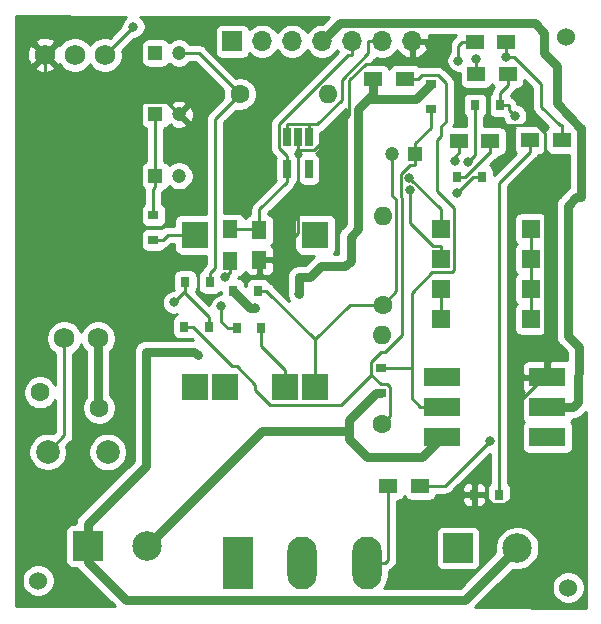
<source format=gbl>
G04 #@! TF.GenerationSoftware,KiCad,Pcbnew,5.1.6-c6e7f7d~87~ubuntu18.04.1*
G04 #@! TF.CreationDate,2020-10-10T14:26:16+05:30*
G04 #@! TF.ProjectId,BackEnd_HeavyDevice_v1,4261636b-456e-4645-9f48-656176794465,rev?*
G04 #@! TF.SameCoordinates,Original*
G04 #@! TF.FileFunction,Copper,L2,Bot*
G04 #@! TF.FilePolarity,Positive*
%FSLAX46Y46*%
G04 Gerber Fmt 4.6, Leading zero omitted, Abs format (unit mm)*
G04 Created by KiCad (PCBNEW 5.1.6-c6e7f7d~87~ubuntu18.04.1) date 2020-10-10 14:26:16*
%MOMM*%
%LPD*%
G01*
G04 APERTURE LIST*
G04 #@! TA.AperFunction,ComponentPad*
%ADD10C,1.524000*%
G04 #@! TD*
G04 #@! TA.AperFunction,ComponentPad*
%ADD11C,1.200000*%
G04 #@! TD*
G04 #@! TA.AperFunction,ComponentPad*
%ADD12R,1.200000X1.200000*%
G04 #@! TD*
G04 #@! TA.AperFunction,ComponentPad*
%ADD13C,1.600000*%
G04 #@! TD*
G04 #@! TA.AperFunction,ComponentPad*
%ADD14O,1.600000X1.600000*%
G04 #@! TD*
G04 #@! TA.AperFunction,SMDPad,CuDef*
%ADD15R,1.250000X1.500000*%
G04 #@! TD*
G04 #@! TA.AperFunction,SMDPad,CuDef*
%ADD16R,0.800000X0.900000*%
G04 #@! TD*
G04 #@! TA.AperFunction,SMDPad,CuDef*
%ADD17R,0.900000X0.800000*%
G04 #@! TD*
G04 #@! TA.AperFunction,ComponentPad*
%ADD18C,2.000000*%
G04 #@! TD*
G04 #@! TA.AperFunction,SMDPad,CuDef*
%ADD19R,1.600000X1.600000*%
G04 #@! TD*
G04 #@! TA.AperFunction,ComponentPad*
%ADD20C,2.500000*%
G04 #@! TD*
G04 #@! TA.AperFunction,ComponentPad*
%ADD21R,2.500000X2.500000*%
G04 #@! TD*
G04 #@! TA.AperFunction,ComponentPad*
%ADD22O,1.700000X1.700000*%
G04 #@! TD*
G04 #@! TA.AperFunction,ComponentPad*
%ADD23R,1.700000X1.700000*%
G04 #@! TD*
G04 #@! TA.AperFunction,ComponentPad*
%ADD24O,2.500000X4.500000*%
G04 #@! TD*
G04 #@! TA.AperFunction,ComponentPad*
%ADD25R,2.500000X4.500000*%
G04 #@! TD*
G04 #@! TA.AperFunction,SMDPad,CuDef*
%ADD26R,1.500000X1.300000*%
G04 #@! TD*
G04 #@! TA.AperFunction,SMDPad,CuDef*
%ADD27R,1.300000X1.500000*%
G04 #@! TD*
G04 #@! TA.AperFunction,ComponentPad*
%ADD28R,2.286000X2.286000*%
G04 #@! TD*
G04 #@! TA.AperFunction,ComponentPad*
%ADD29C,1.750000*%
G04 #@! TD*
G04 #@! TA.AperFunction,SMDPad,CuDef*
%ADD30R,3.100000X1.600000*%
G04 #@! TD*
G04 #@! TA.AperFunction,SMDPad,CuDef*
%ADD31R,0.650000X1.560000*%
G04 #@! TD*
G04 #@! TA.AperFunction,ViaPad*
%ADD32C,0.800000*%
G04 #@! TD*
G04 #@! TA.AperFunction,Conductor*
%ADD33C,0.250000*%
G04 #@! TD*
G04 #@! TA.AperFunction,Conductor*
%ADD34C,0.800000*%
G04 #@! TD*
G04 #@! TA.AperFunction,Conductor*
%ADD35C,0.254000*%
G04 #@! TD*
G04 APERTURE END LIST*
D10*
X153101000Y-135156000D03*
X108222000Y-134567000D03*
X152916000Y-88577400D03*
D11*
X120161000Y-100294000D03*
D12*
X118161000Y-100294000D03*
D11*
X120166000Y-89893100D03*
D12*
X118166000Y-89893100D03*
D13*
X125291000Y-93370400D03*
D14*
X132791000Y-93370400D03*
D12*
X140178000Y-98473300D03*
D11*
X138178000Y-98473300D03*
D14*
X137350000Y-113780000D03*
D13*
X137350000Y-121280000D03*
D12*
X118166000Y-95079800D03*
D11*
X120166000Y-95079800D03*
D15*
X126967000Y-104912000D03*
X126967000Y-107412000D03*
D14*
X137427000Y-103714000D03*
D13*
X137427000Y-111214000D03*
D16*
X147253000Y-127284000D03*
X145153000Y-127284000D03*
D17*
X137229000Y-118677000D03*
X137229000Y-116577000D03*
X117986000Y-103613000D03*
X117986000Y-105713000D03*
D16*
X147334000Y-94300000D03*
X145234000Y-94300000D03*
X120695000Y-109276000D03*
X122795000Y-109276000D03*
X122708000Y-113063000D03*
X120608000Y-113063000D03*
X127131000Y-113182000D03*
X125031000Y-113182000D03*
X145769000Y-100396000D03*
X143669000Y-100396000D03*
D17*
X141503000Y-94608400D03*
X141503000Y-92508400D03*
D16*
X126831000Y-110015000D03*
X124731000Y-110015000D03*
D18*
X109035000Y-123668000D03*
X114115000Y-123678000D03*
D19*
X149972000Y-112425000D03*
X142352000Y-104805000D03*
X149972000Y-109885000D03*
X142352000Y-107345000D03*
X149972000Y-107345000D03*
X142352000Y-109885000D03*
X149972000Y-104805000D03*
X142352000Y-112425000D03*
D20*
X117418000Y-131648000D03*
D21*
X112418000Y-131648000D03*
D22*
X139903000Y-88902500D03*
X137363000Y-88902500D03*
X134823000Y-88902500D03*
X132283000Y-88902500D03*
X129743000Y-88902500D03*
X127203000Y-88902500D03*
D23*
X124663000Y-88902500D03*
D21*
X143784000Y-131803000D03*
D20*
X148784000Y-131803000D03*
D24*
X136036000Y-133068000D03*
X130586000Y-133068000D03*
D25*
X125136000Y-133068000D03*
D26*
X139313000Y-92095300D03*
X136613000Y-92095300D03*
D27*
X124506000Y-104789000D03*
X124506000Y-107489000D03*
D26*
X152589000Y-97266800D03*
X149889000Y-97266800D03*
X145180000Y-88996500D03*
X147880000Y-88996500D03*
X146524000Y-97373400D03*
X143824000Y-97373400D03*
X145320000Y-91648300D03*
X148020000Y-91648300D03*
X137892000Y-126520000D03*
X140592000Y-126520000D03*
D28*
X131711000Y-105276000D03*
X121531000Y-105276000D03*
X131691000Y-118196000D03*
X129151000Y-118196000D03*
X124071000Y-118196000D03*
X121531000Y-118196000D03*
D13*
X113400000Y-119936000D03*
X108400000Y-118636000D03*
D29*
X108791000Y-90050500D03*
X113871000Y-90050500D03*
X111331000Y-90050500D03*
X110441000Y-114050500D03*
X113301000Y-114050500D03*
D30*
X142464000Y-122410000D03*
X151354000Y-117330000D03*
X142464000Y-119870000D03*
X151354000Y-119870000D03*
X142464000Y-117330000D03*
X151354000Y-122410000D03*
D31*
X129266000Y-99721700D03*
X131166000Y-99721700D03*
X131166000Y-97021700D03*
X130216000Y-97021700D03*
X129266000Y-97021700D03*
D32*
X121734580Y-115496340D03*
X130350260Y-110304580D03*
X143717200Y-101722500D03*
X147880000Y-90251500D03*
X116291360Y-87665560D03*
X139665300Y-100440600D03*
X123751340Y-111348520D03*
X139716000Y-101528800D03*
X148585300Y-95224700D03*
X144607800Y-99160100D03*
X119727400Y-111011700D03*
X126606300Y-111485680D03*
X124055700Y-108860700D03*
X143821400Y-90543700D03*
X143535100Y-99051400D03*
X145269800Y-90372600D03*
X146522500Y-122715600D03*
D33*
X145043700Y-100396000D02*
X143717200Y-101722500D01*
X145769000Y-100396000D02*
X145043700Y-100396000D01*
X129266000Y-95916400D02*
X131132600Y-95916400D01*
X131132600Y-95916400D02*
X131166000Y-95949800D01*
X148559700Y-90251500D02*
X147880000Y-90251500D01*
X147880000Y-89971800D02*
X147880000Y-90251500D01*
X147880000Y-88996500D02*
X147880000Y-89971800D01*
X118161000Y-100294000D02*
X118161000Y-101219300D01*
X117986000Y-103613000D02*
X117986000Y-101394300D01*
X117986000Y-101394300D02*
X118161000Y-101219300D01*
X118166000Y-95079800D02*
X118166000Y-96005100D01*
X118166000Y-96005100D02*
X118161000Y-96010100D01*
X118161000Y-96010100D02*
X118161000Y-100294000D01*
X129266000Y-97021700D02*
X129266000Y-95916400D01*
X131166000Y-95949800D02*
X131869500Y-95949800D01*
X131869500Y-95949800D02*
X133916500Y-93902800D01*
X133916500Y-93902800D02*
X133916500Y-92189100D01*
X133916500Y-92189100D02*
X136187700Y-89917900D01*
X136187700Y-89917900D02*
X136187700Y-88902500D01*
X131166000Y-96092400D02*
X131166000Y-95949800D01*
X137363000Y-88902500D02*
X136187700Y-88902500D01*
X131166000Y-97021700D02*
X131166000Y-96092400D01*
X113906420Y-90050500D02*
X113871000Y-90050500D01*
X116291360Y-87665560D02*
X113906420Y-90050500D01*
X150820100Y-92511900D02*
X150820100Y-94454960D01*
X150820100Y-92511900D02*
X148559700Y-90251500D01*
X152378180Y-96013040D02*
X152589000Y-96013040D01*
X150820100Y-94454960D02*
X152378180Y-96013040D01*
X152589000Y-97266800D02*
X152589000Y-96013040D01*
X122795000Y-109276000D02*
X122795000Y-108500700D01*
X122795000Y-108500700D02*
X123206200Y-108089500D01*
X123206200Y-108089500D02*
X123206200Y-95455200D01*
X123206200Y-95455200D02*
X125291000Y-93370400D01*
X125291000Y-93370400D02*
X121813700Y-89893100D01*
X121813700Y-89893100D02*
X120166000Y-89893100D01*
X142352000Y-103679700D02*
X142352000Y-103127300D01*
X142352000Y-103127300D02*
X139665300Y-100440600D01*
X142352000Y-104805000D02*
X142352000Y-103679700D01*
X125031000Y-113182000D02*
X124291960Y-113182000D01*
X123751340Y-112641380D02*
X123751340Y-111348520D01*
X124291960Y-113182000D02*
X123751340Y-112641380D01*
X142352000Y-106219700D02*
X141648700Y-106219700D01*
X141648700Y-106219700D02*
X139716000Y-104287000D01*
X139716000Y-104287000D02*
X139716000Y-101528800D01*
X142352000Y-107345000D02*
X142352000Y-106219700D01*
X140178000Y-99398600D02*
X139681600Y-99398600D01*
X139681600Y-99398600D02*
X138940000Y-100140200D01*
X138940000Y-100140200D02*
X138940000Y-102060200D01*
X138940000Y-102060200D02*
X139029700Y-102149900D01*
X139029700Y-102149900D02*
X139029700Y-113771100D01*
X139029700Y-113771100D02*
X137584300Y-115216500D01*
X137584300Y-115216500D02*
X137266200Y-115216500D01*
X137266200Y-115216500D02*
X136453600Y-116029100D01*
X136453600Y-116029100D02*
X136453600Y-117118800D01*
X140178000Y-98473300D02*
X140178000Y-97548000D01*
X141503000Y-94608400D02*
X141503000Y-96223000D01*
X141503000Y-96223000D02*
X140178000Y-97548000D01*
X120608000Y-113063000D02*
X121333300Y-113063000D01*
X136453600Y-117118800D02*
X137257400Y-117922600D01*
X137257400Y-117922600D02*
X137798400Y-117922600D01*
X137798400Y-117922600D02*
X138012800Y-118137000D01*
X138012800Y-118137000D02*
X138012800Y-120617200D01*
X138012800Y-120617200D02*
X137350000Y-121280000D01*
X121333300Y-113063000D02*
X124684400Y-116414100D01*
X124684400Y-116414100D02*
X125036500Y-116414100D01*
X125036500Y-116414100D02*
X126611000Y-117988600D01*
X126611000Y-117988600D02*
X126611000Y-118407700D01*
X126611000Y-118407700D02*
X127867700Y-119664400D01*
X127867700Y-119664400D02*
X133908000Y-119664400D01*
X133908000Y-119664400D02*
X136453600Y-117118800D01*
X140178000Y-98473300D02*
X140178000Y-99398600D01*
X138178000Y-98473300D02*
X138178000Y-101935100D01*
X138178000Y-101935100D02*
X138552900Y-102310000D01*
X138552900Y-102310000D02*
X138552900Y-110088100D01*
X138552900Y-110088100D02*
X137427000Y-111214000D01*
X137427000Y-111214000D02*
X134626700Y-111214000D01*
X134626700Y-111214000D02*
X131691000Y-114149700D01*
X131691000Y-114149700D02*
X127556300Y-110015000D01*
X131691000Y-118196000D02*
X131691000Y-114149700D01*
X126831000Y-110015000D02*
X127556300Y-110015000D01*
X147334000Y-94300000D02*
X148059300Y-94300000D01*
X148059300Y-94300000D02*
X148059300Y-94698700D01*
X148059300Y-94698700D02*
X148585300Y-95224700D01*
X148020000Y-92623600D02*
X147334000Y-93309600D01*
X147334000Y-93309600D02*
X147334000Y-94300000D01*
X148020000Y-91648300D02*
X148020000Y-92623600D01*
X126967000Y-107412000D02*
X127917300Y-107412000D01*
X112780000Y-94039500D02*
X119125700Y-94039500D01*
X119125700Y-94039500D02*
X120166000Y-95079800D01*
X151113100Y-117330000D02*
X151033900Y-117330000D01*
X151033900Y-117330000D02*
X149160000Y-119203900D01*
X149160000Y-119203900D02*
X149160000Y-126732800D01*
X149160000Y-126732800D02*
X147788300Y-128104500D01*
X147788300Y-128104500D02*
X146698800Y-128104500D01*
X146698800Y-128104500D02*
X145878300Y-127284000D01*
X145153000Y-127284000D02*
X145878300Y-127284000D01*
X130216000Y-98127100D02*
X131625700Y-98127100D01*
X131625700Y-98127100D02*
X134591900Y-95160900D01*
X134591900Y-95160900D02*
X134591900Y-92190000D01*
X130216000Y-98127100D02*
X130216000Y-105113300D01*
X130216000Y-105113300D02*
X127917300Y-107412000D01*
X130216000Y-98014400D02*
X130216000Y-98127100D01*
X130216000Y-97021700D02*
X130216000Y-98014400D01*
X151354000Y-117330000D02*
X151113100Y-117330000D01*
X108791000Y-90050500D02*
X108791000Y-93263980D01*
X108974700Y-93447680D02*
X112188180Y-93447680D01*
X108791000Y-93263980D02*
X108974700Y-93447680D01*
X112188180Y-93447680D02*
X112780000Y-94039500D01*
X141078300Y-89344400D02*
X141078300Y-88902500D01*
X143678500Y-93287440D02*
X143678500Y-91944600D01*
X141078300Y-88902500D02*
X139903000Y-88902500D01*
X143723790Y-93242150D02*
X143678500Y-93287440D01*
X151113100Y-117330000D02*
X151113100Y-96629200D01*
X146307830Y-93242150D02*
X143723790Y-93242150D01*
X150456700Y-95972800D02*
X146681360Y-95972800D01*
X146681360Y-95972800D02*
X146387790Y-95679230D01*
X151113100Y-96629200D02*
X150456700Y-95972800D01*
X146387790Y-95679230D02*
X146387790Y-93322110D01*
X143678500Y-91944600D02*
X141078300Y-89344400D01*
X146387790Y-93322110D02*
X146307830Y-93242150D01*
X135976630Y-90805270D02*
X139768310Y-90805270D01*
X134591900Y-92190000D02*
X135976630Y-90805270D01*
X139903000Y-90670580D02*
X139903000Y-88902500D01*
X139768310Y-90805270D02*
X139903000Y-90670580D01*
X129266000Y-99721700D02*
X129266000Y-98616400D01*
X129266000Y-98616400D02*
X128615600Y-97966000D01*
X128615600Y-97966000D02*
X128615600Y-95917900D01*
X128615600Y-95917900D02*
X134455700Y-90077800D01*
X134455700Y-90077800D02*
X134823000Y-90077800D01*
X129266000Y-100274300D02*
X129266000Y-99721700D01*
X134823000Y-88902500D02*
X134823000Y-90077800D01*
X126967000Y-104789000D02*
X126967000Y-104912000D01*
X129266000Y-100827000D02*
X126967000Y-103126000D01*
X126967000Y-103126000D02*
X126967000Y-104789000D01*
X126967000Y-104789000D02*
X125481300Y-104789000D01*
X124506000Y-104789000D02*
X125481300Y-104789000D01*
X129266000Y-100274300D02*
X129266000Y-100827000D01*
X149889000Y-97266800D02*
X149889000Y-98242100D01*
X149889000Y-98242100D02*
X147253000Y-100878100D01*
X147253000Y-100878100D02*
X147253000Y-127284000D01*
D34*
X117418000Y-131648000D02*
X127148300Y-121917700D01*
X137229000Y-118677000D02*
X136796200Y-118677000D01*
X136796200Y-118677000D02*
X134546580Y-120926620D01*
X134546580Y-120926620D02*
X134546580Y-121917700D01*
X127148300Y-121917700D02*
X134546580Y-121917700D01*
X134546580Y-121917700D02*
X134546580Y-122606040D01*
X134620541Y-122680001D02*
X134623081Y-122680001D01*
X134546580Y-122606040D02*
X134620541Y-122680001D01*
X134623081Y-122680001D02*
X136062720Y-124119640D01*
X140754360Y-124119640D02*
X142464000Y-122410000D01*
X136062720Y-124119640D02*
X140754360Y-124119640D01*
D33*
X142464000Y-119870000D02*
X140588700Y-119870000D01*
X139848000Y-116577000D02*
X139848000Y-119129300D01*
X139848000Y-119129300D02*
X140588700Y-119870000D01*
X139848000Y-116577000D02*
X137229000Y-116577000D01*
X141612900Y-108470400D02*
X139848000Y-110235300D01*
X143477400Y-108279700D02*
X143286700Y-108470400D01*
X143286700Y-108470400D02*
X141612900Y-108470400D01*
X143477400Y-103031500D02*
X143477400Y-108279700D01*
X142001240Y-101555340D02*
X143477400Y-103031500D01*
X142001240Y-97284540D02*
X142001240Y-101555340D01*
X139848000Y-110235300D02*
X139848000Y-116577000D01*
X139313000Y-92095300D02*
X140388300Y-92095300D01*
X140388300Y-92095300D02*
X140700600Y-91783000D01*
X142093000Y-91783000D02*
X142737400Y-92427400D01*
X140700600Y-91783000D02*
X142093000Y-91783000D01*
X142335250Y-96098750D02*
X142737400Y-95696600D01*
X142335250Y-96950530D02*
X142335250Y-96098750D01*
X142737400Y-92427400D02*
X142737400Y-95696600D01*
X142335250Y-96950530D02*
X142001240Y-97284540D01*
X117986000Y-105713000D02*
X118761300Y-105713000D01*
X121531000Y-105276000D02*
X119198300Y-105276000D01*
X119198300Y-105276000D02*
X118761300Y-105713000D01*
X144607800Y-99160100D02*
X145234000Y-98533900D01*
X145234000Y-98533900D02*
X145234000Y-94300000D01*
X120583300Y-110163000D02*
X120695000Y-110051300D01*
X119727400Y-111011700D02*
X120576100Y-110163000D01*
X120576100Y-110163000D02*
X120583300Y-110163000D01*
X120583300Y-110163000D02*
X122708000Y-112287700D01*
X122708000Y-113063000D02*
X122708000Y-112287700D01*
X120695000Y-109276000D02*
X120695000Y-110051300D01*
X129151000Y-118196000D02*
X129151000Y-116727700D01*
X129151000Y-116727700D02*
X127131000Y-114707700D01*
X127131000Y-114707700D02*
X127131000Y-113182000D01*
X144394300Y-100396000D02*
X144397700Y-100396000D01*
X144397700Y-100396000D02*
X146445000Y-98348700D01*
X146445000Y-98348700D02*
X146524000Y-98348700D01*
X143669000Y-100396000D02*
X144394300Y-100396000D01*
X146524000Y-97373400D02*
X146524000Y-98348700D01*
D34*
X135317300Y-104812200D02*
X135317300Y-94641300D01*
X117359400Y-124856300D02*
X112418000Y-129797700D01*
X136613000Y-92095300D02*
X136613000Y-93345600D01*
X140665800Y-93345600D02*
X141503000Y-92508400D01*
X112418000Y-131648000D02*
X112418000Y-129797700D01*
X112418000Y-131648000D02*
X112418000Y-132997080D01*
X112418000Y-132997080D02*
X115648740Y-136227820D01*
X144359180Y-136227820D02*
X148784000Y-131803000D01*
X115648740Y-136227820D02*
X144359180Y-136227820D01*
X140665800Y-93345600D02*
X140662060Y-93345600D01*
X140662060Y-93345600D02*
X140232280Y-93775380D01*
X140232280Y-93775380D02*
X136183220Y-93775380D01*
X135317300Y-94641300D02*
X136183220Y-93775380D01*
X136183220Y-93775380D02*
X136613000Y-93345600D01*
X132216110Y-107913390D02*
X134247670Y-107913390D01*
X131266000Y-108863500D02*
X132216110Y-107913390D01*
X134679910Y-107481150D02*
X134679910Y-105449590D01*
X134247670Y-107913390D02*
X134679910Y-107481150D01*
X134679910Y-105449590D02*
X135317300Y-104812200D01*
X121443720Y-115205480D02*
X121734580Y-115496340D01*
X117359400Y-115205480D02*
X121443720Y-115205480D01*
X117359400Y-115205480D02*
X117359400Y-124856300D01*
X130350260Y-108877840D02*
X130335920Y-108863500D01*
X130350260Y-110304580D02*
X130350260Y-108877840D01*
X130335920Y-108863500D02*
X131266000Y-108863500D01*
X126201680Y-111485680D02*
X124731000Y-110015000D01*
X126606300Y-111485680D02*
X126201680Y-111485680D01*
D33*
X110441000Y-114050500D02*
X110441000Y-122262000D01*
X110441000Y-122262000D02*
X109035000Y-123668000D01*
X149972000Y-109885000D02*
X149972000Y-112425000D01*
X149972000Y-107345000D02*
X149972000Y-109885000D01*
X149972000Y-104805000D02*
X149972000Y-107345000D01*
X142352000Y-112425000D02*
X142352000Y-109885000D01*
D34*
X133816900Y-87368600D02*
X132283000Y-88902500D01*
X152148870Y-94157470D02*
X152148870Y-90982470D01*
X152148870Y-90982470D02*
X151088420Y-89922020D01*
X151088420Y-89922020D02*
X151088420Y-88195480D01*
X154221180Y-96299020D02*
X152148870Y-94157470D01*
X151088420Y-88195480D02*
X150261540Y-87368600D01*
X150261540Y-87368600D02*
X133816900Y-87368600D01*
X151354000Y-119870000D02*
X153504300Y-119870000D01*
X153504300Y-119870000D02*
X153942500Y-119431800D01*
X154212919Y-102128961D02*
X153778579Y-102128961D01*
X154212919Y-102128961D02*
X154198320Y-96227900D01*
X153778579Y-102128961D02*
X153075640Y-102831900D01*
X153075640Y-102831900D02*
X153075640Y-113860580D01*
X153942500Y-119431800D02*
X154038609Y-114823549D01*
X153075640Y-113860580D02*
X154038609Y-114823549D01*
D33*
X136036000Y-133068000D02*
X137611300Y-133068000D01*
X137892000Y-126520000D02*
X137892000Y-132787300D01*
X137892000Y-132787300D02*
X137611300Y-133068000D01*
X124506000Y-107489000D02*
X124506000Y-108564300D01*
X124506000Y-108564300D02*
X124352100Y-108564300D01*
X124352100Y-108564300D02*
X124055700Y-108860700D01*
X144104700Y-88996500D02*
X143821400Y-89279800D01*
X143821400Y-89279800D02*
X143821400Y-90543700D01*
X145180000Y-88996500D02*
X144104700Y-88996500D01*
X143824000Y-97373400D02*
X143824000Y-98348700D01*
X143535100Y-99051400D02*
X143535100Y-98637600D01*
X143535100Y-98637600D02*
X143824000Y-98348700D01*
X145269800Y-90372600D02*
X145320000Y-90422800D01*
X145320000Y-90422800D02*
X145320000Y-91648300D01*
X146522500Y-122715600D02*
X142718100Y-126520000D01*
X142718100Y-126520000D02*
X140592000Y-126520000D01*
D34*
X113301000Y-114050500D02*
X113301000Y-119837000D01*
X113301000Y-119837000D02*
X113400000Y-119936000D01*
D35*
G36*
X151249498Y-98160980D02*
G01*
X151308463Y-98271294D01*
X151387815Y-98367985D01*
X151484506Y-98447337D01*
X151594820Y-98506302D01*
X151714518Y-98542612D01*
X151839000Y-98554872D01*
X153169074Y-98554872D01*
X153175827Y-101284706D01*
X153102134Y-101345185D01*
X153043183Y-101393565D01*
X153010776Y-101433053D01*
X152379737Y-102064093D01*
X152340244Y-102096504D01*
X152210906Y-102254103D01*
X152114799Y-102433908D01*
X152055616Y-102629006D01*
X152040640Y-102781063D01*
X152040640Y-102781072D01*
X152035634Y-102831900D01*
X152040640Y-102882728D01*
X152040641Y-113809742D01*
X152035634Y-113860580D01*
X152055617Y-114063475D01*
X152114800Y-114258573D01*
X152210906Y-114438377D01*
X152290020Y-114534777D01*
X152340245Y-114595976D01*
X152379732Y-114628382D01*
X152994631Y-115243282D01*
X152980945Y-115899506D01*
X152904000Y-115891928D01*
X151639750Y-115895000D01*
X151481000Y-116053750D01*
X151481000Y-117203000D01*
X151501000Y-117203000D01*
X151501000Y-117457000D01*
X151481000Y-117457000D01*
X151481000Y-117477000D01*
X151227000Y-117477000D01*
X151227000Y-117457000D01*
X149327750Y-117457000D01*
X149169000Y-117615750D01*
X149165928Y-118130000D01*
X149178188Y-118254482D01*
X149214498Y-118374180D01*
X149273463Y-118484494D01*
X149352815Y-118581185D01*
X149375741Y-118600000D01*
X149352815Y-118618815D01*
X149273463Y-118715506D01*
X149214498Y-118825820D01*
X149178188Y-118945518D01*
X149165928Y-119070000D01*
X149165928Y-120670000D01*
X149178188Y-120794482D01*
X149214498Y-120914180D01*
X149273463Y-121024494D01*
X149352815Y-121121185D01*
X149375741Y-121140000D01*
X149352815Y-121158815D01*
X149273463Y-121255506D01*
X149214498Y-121365820D01*
X149178188Y-121485518D01*
X149165928Y-121610000D01*
X149165928Y-123210000D01*
X149178188Y-123334482D01*
X149214498Y-123454180D01*
X149273463Y-123564494D01*
X149352815Y-123661185D01*
X149449506Y-123740537D01*
X149559820Y-123799502D01*
X149679518Y-123835812D01*
X149804000Y-123848072D01*
X152904000Y-123848072D01*
X153028482Y-123835812D01*
X153148180Y-123799502D01*
X153258494Y-123740537D01*
X153355185Y-123661185D01*
X153434537Y-123564494D01*
X153493502Y-123454180D01*
X153529812Y-123334482D01*
X153542072Y-123210000D01*
X153542072Y-121610000D01*
X153529812Y-121485518D01*
X153493502Y-121365820D01*
X153434537Y-121255506D01*
X153355185Y-121158815D01*
X153332259Y-121140000D01*
X153355185Y-121121185D01*
X153434537Y-121024494D01*
X153493502Y-120914180D01*
X153495045Y-120909094D01*
X153504300Y-120910006D01*
X153555128Y-120905000D01*
X153555138Y-120905000D01*
X153707195Y-120890024D01*
X153902293Y-120830841D01*
X154082097Y-120734734D01*
X154239696Y-120605396D01*
X154272107Y-120565903D01*
X154585221Y-120252789D01*
X154604571Y-136854846D01*
X145221898Y-136828812D01*
X147032302Y-135018408D01*
X151704000Y-135018408D01*
X151704000Y-135293592D01*
X151757686Y-135563490D01*
X151862995Y-135817727D01*
X152015880Y-136046535D01*
X152210465Y-136241120D01*
X152439273Y-136394005D01*
X152693510Y-136499314D01*
X152963408Y-136553000D01*
X153238592Y-136553000D01*
X153508490Y-136499314D01*
X153762727Y-136394005D01*
X153991535Y-136241120D01*
X154186120Y-136046535D01*
X154339005Y-135817727D01*
X154444314Y-135563490D01*
X154498000Y-135293592D01*
X154498000Y-135018408D01*
X154444314Y-134748510D01*
X154339005Y-134494273D01*
X154186120Y-134265465D01*
X153991535Y-134070880D01*
X153762727Y-133917995D01*
X153508490Y-133812686D01*
X153238592Y-133759000D01*
X152963408Y-133759000D01*
X152693510Y-133812686D01*
X152439273Y-133917995D01*
X152210465Y-134070880D01*
X152015880Y-134265465D01*
X151862995Y-134494273D01*
X151757686Y-134748510D01*
X151704000Y-135018408D01*
X147032302Y-135018408D01*
X148401805Y-133648906D01*
X148598344Y-133688000D01*
X148969656Y-133688000D01*
X149333834Y-133615561D01*
X149676882Y-133473466D01*
X149985618Y-133267175D01*
X150248175Y-133004618D01*
X150454466Y-132695882D01*
X150596561Y-132352834D01*
X150669000Y-131988656D01*
X150669000Y-131617344D01*
X150596561Y-131253166D01*
X150454466Y-130910118D01*
X150248175Y-130601382D01*
X149985618Y-130338825D01*
X149676882Y-130132534D01*
X149333834Y-129990439D01*
X148969656Y-129918000D01*
X148598344Y-129918000D01*
X148234166Y-129990439D01*
X147891118Y-130132534D01*
X147582382Y-130338825D01*
X147319825Y-130601382D01*
X147113534Y-130910118D01*
X146971439Y-131253166D01*
X146899000Y-131617344D01*
X146899000Y-131988656D01*
X146938094Y-132185195D01*
X143930470Y-135192820D01*
X137551401Y-135192820D01*
X137610903Y-135120317D01*
X137785939Y-134792848D01*
X137893725Y-134437524D01*
X137921000Y-134160597D01*
X137921000Y-133764217D01*
X138035576Y-133702974D01*
X138151301Y-133608001D01*
X138175104Y-133578997D01*
X138402997Y-133351104D01*
X138432001Y-133327301D01*
X138526974Y-133211576D01*
X138597546Y-133079547D01*
X138641003Y-132936286D01*
X138652000Y-132824633D01*
X138652000Y-132824625D01*
X138655676Y-132787300D01*
X138652000Y-132749975D01*
X138652000Y-130553000D01*
X141895928Y-130553000D01*
X141895928Y-133053000D01*
X141908188Y-133177482D01*
X141944498Y-133297180D01*
X142003463Y-133407494D01*
X142082815Y-133504185D01*
X142179506Y-133583537D01*
X142289820Y-133642502D01*
X142409518Y-133678812D01*
X142534000Y-133691072D01*
X145034000Y-133691072D01*
X145158482Y-133678812D01*
X145278180Y-133642502D01*
X145388494Y-133583537D01*
X145485185Y-133504185D01*
X145564537Y-133407494D01*
X145623502Y-133297180D01*
X145659812Y-133177482D01*
X145672072Y-133053000D01*
X145672072Y-130553000D01*
X145659812Y-130428518D01*
X145623502Y-130308820D01*
X145564537Y-130198506D01*
X145485185Y-130101815D01*
X145388494Y-130022463D01*
X145278180Y-129963498D01*
X145158482Y-129927188D01*
X145034000Y-129914928D01*
X142534000Y-129914928D01*
X142409518Y-129927188D01*
X142289820Y-129963498D01*
X142179506Y-130022463D01*
X142082815Y-130101815D01*
X142003463Y-130198506D01*
X141944498Y-130308820D01*
X141908188Y-130428518D01*
X141895928Y-130553000D01*
X138652000Y-130553000D01*
X138652000Y-127807087D01*
X138766482Y-127795812D01*
X138886180Y-127759502D01*
X138996494Y-127700537D01*
X139093185Y-127621185D01*
X139172537Y-127524494D01*
X139231502Y-127414180D01*
X139242000Y-127379573D01*
X139252498Y-127414180D01*
X139311463Y-127524494D01*
X139390815Y-127621185D01*
X139487506Y-127700537D01*
X139597820Y-127759502D01*
X139717518Y-127795812D01*
X139842000Y-127808072D01*
X141342000Y-127808072D01*
X141466482Y-127795812D01*
X141586180Y-127759502D01*
X141633890Y-127734000D01*
X144114928Y-127734000D01*
X144127188Y-127858482D01*
X144163498Y-127978180D01*
X144222463Y-128088494D01*
X144301815Y-128185185D01*
X144398506Y-128264537D01*
X144508820Y-128323502D01*
X144628518Y-128359812D01*
X144753000Y-128372072D01*
X144867250Y-128369000D01*
X145026000Y-128210250D01*
X145026000Y-127411000D01*
X145280000Y-127411000D01*
X145280000Y-128210250D01*
X145438750Y-128369000D01*
X145553000Y-128372072D01*
X145677482Y-128359812D01*
X145797180Y-128323502D01*
X145907494Y-128264537D01*
X146004185Y-128185185D01*
X146083537Y-128088494D01*
X146142502Y-127978180D01*
X146178812Y-127858482D01*
X146191072Y-127734000D01*
X146188000Y-127569750D01*
X146029250Y-127411000D01*
X145280000Y-127411000D01*
X145026000Y-127411000D01*
X144276750Y-127411000D01*
X144118000Y-127569750D01*
X144114928Y-127734000D01*
X141633890Y-127734000D01*
X141696494Y-127700537D01*
X141793185Y-127621185D01*
X141872537Y-127524494D01*
X141931502Y-127414180D01*
X141967812Y-127294482D01*
X141969238Y-127280000D01*
X142680778Y-127280000D01*
X142718100Y-127283676D01*
X142755422Y-127280000D01*
X142755433Y-127280000D01*
X142867086Y-127269003D01*
X143010347Y-127225546D01*
X143142376Y-127154974D01*
X143258101Y-127060001D01*
X143281904Y-127030997D01*
X143478901Y-126834000D01*
X144114928Y-126834000D01*
X144118000Y-126998250D01*
X144276750Y-127157000D01*
X145026000Y-127157000D01*
X145026000Y-126357750D01*
X145280000Y-126357750D01*
X145280000Y-127157000D01*
X146029250Y-127157000D01*
X146188000Y-126998250D01*
X146191072Y-126834000D01*
X146178812Y-126709518D01*
X146142502Y-126589820D01*
X146083537Y-126479506D01*
X146004185Y-126382815D01*
X145907494Y-126303463D01*
X145797180Y-126244498D01*
X145677482Y-126208188D01*
X145553000Y-126195928D01*
X145438750Y-126199000D01*
X145280000Y-126357750D01*
X145026000Y-126357750D01*
X144867250Y-126199000D01*
X144753000Y-126195928D01*
X144628518Y-126208188D01*
X144508820Y-126244498D01*
X144398506Y-126303463D01*
X144301815Y-126382815D01*
X144222463Y-126479506D01*
X144163498Y-126589820D01*
X144127188Y-126709518D01*
X144114928Y-126834000D01*
X143478901Y-126834000D01*
X146493001Y-123819901D01*
X146493001Y-126307981D01*
X146401815Y-126382815D01*
X146322463Y-126479506D01*
X146263498Y-126589820D01*
X146227188Y-126709518D01*
X146214928Y-126834000D01*
X146214928Y-127734000D01*
X146227188Y-127858482D01*
X146263498Y-127978180D01*
X146322463Y-128088494D01*
X146401815Y-128185185D01*
X146498506Y-128264537D01*
X146608820Y-128323502D01*
X146728518Y-128359812D01*
X146853000Y-128372072D01*
X147653000Y-128372072D01*
X147777482Y-128359812D01*
X147897180Y-128323502D01*
X148007494Y-128264537D01*
X148104185Y-128185185D01*
X148183537Y-128088494D01*
X148242502Y-127978180D01*
X148278812Y-127858482D01*
X148291072Y-127734000D01*
X148291072Y-126834000D01*
X148278812Y-126709518D01*
X148242502Y-126589820D01*
X148183537Y-126479506D01*
X148104185Y-126382815D01*
X148013000Y-126307982D01*
X148013000Y-116530000D01*
X149165928Y-116530000D01*
X149169000Y-117044250D01*
X149327750Y-117203000D01*
X151227000Y-117203000D01*
X151227000Y-116053750D01*
X151068250Y-115895000D01*
X149804000Y-115891928D01*
X149679518Y-115904188D01*
X149559820Y-115940498D01*
X149449506Y-115999463D01*
X149352815Y-116078815D01*
X149273463Y-116175506D01*
X149214498Y-116285820D01*
X149178188Y-116405518D01*
X149165928Y-116530000D01*
X148013000Y-116530000D01*
X148013000Y-104005000D01*
X148533928Y-104005000D01*
X148533928Y-105605000D01*
X148546188Y-105729482D01*
X148582498Y-105849180D01*
X148641463Y-105959494D01*
X148720815Y-106056185D01*
X148743741Y-106075000D01*
X148720815Y-106093815D01*
X148641463Y-106190506D01*
X148582498Y-106300820D01*
X148546188Y-106420518D01*
X148533928Y-106545000D01*
X148533928Y-108145000D01*
X148546188Y-108269482D01*
X148582498Y-108389180D01*
X148641463Y-108499494D01*
X148720815Y-108596185D01*
X148743741Y-108615000D01*
X148720815Y-108633815D01*
X148641463Y-108730506D01*
X148582498Y-108840820D01*
X148546188Y-108960518D01*
X148533928Y-109085000D01*
X148533928Y-110685000D01*
X148546188Y-110809482D01*
X148582498Y-110929180D01*
X148641463Y-111039494D01*
X148720815Y-111136185D01*
X148743741Y-111155000D01*
X148720815Y-111173815D01*
X148641463Y-111270506D01*
X148582498Y-111380820D01*
X148546188Y-111500518D01*
X148533928Y-111625000D01*
X148533928Y-113225000D01*
X148546188Y-113349482D01*
X148582498Y-113469180D01*
X148641463Y-113579494D01*
X148720815Y-113676185D01*
X148817506Y-113755537D01*
X148927820Y-113814502D01*
X149047518Y-113850812D01*
X149172000Y-113863072D01*
X150772000Y-113863072D01*
X150896482Y-113850812D01*
X151016180Y-113814502D01*
X151126494Y-113755537D01*
X151223185Y-113676185D01*
X151302537Y-113579494D01*
X151361502Y-113469180D01*
X151397812Y-113349482D01*
X151410072Y-113225000D01*
X151410072Y-111625000D01*
X151397812Y-111500518D01*
X151361502Y-111380820D01*
X151302537Y-111270506D01*
X151223185Y-111173815D01*
X151200259Y-111155000D01*
X151223185Y-111136185D01*
X151302537Y-111039494D01*
X151361502Y-110929180D01*
X151397812Y-110809482D01*
X151410072Y-110685000D01*
X151410072Y-109085000D01*
X151397812Y-108960518D01*
X151361502Y-108840820D01*
X151302537Y-108730506D01*
X151223185Y-108633815D01*
X151200259Y-108615000D01*
X151223185Y-108596185D01*
X151302537Y-108499494D01*
X151361502Y-108389180D01*
X151397812Y-108269482D01*
X151410072Y-108145000D01*
X151410072Y-106545000D01*
X151397812Y-106420518D01*
X151361502Y-106300820D01*
X151302537Y-106190506D01*
X151223185Y-106093815D01*
X151200259Y-106075000D01*
X151223185Y-106056185D01*
X151302537Y-105959494D01*
X151361502Y-105849180D01*
X151397812Y-105729482D01*
X151410072Y-105605000D01*
X151410072Y-104005000D01*
X151397812Y-103880518D01*
X151361502Y-103760820D01*
X151302537Y-103650506D01*
X151223185Y-103553815D01*
X151126494Y-103474463D01*
X151016180Y-103415498D01*
X150896482Y-103379188D01*
X150772000Y-103366928D01*
X149172000Y-103366928D01*
X149047518Y-103379188D01*
X148927820Y-103415498D01*
X148817506Y-103474463D01*
X148720815Y-103553815D01*
X148641463Y-103650506D01*
X148582498Y-103760820D01*
X148546188Y-103880518D01*
X148533928Y-104005000D01*
X148013000Y-104005000D01*
X148013000Y-101192901D01*
X150400003Y-98805899D01*
X150429001Y-98782101D01*
X150498415Y-98697520D01*
X150523974Y-98666377D01*
X150583575Y-98554872D01*
X150639000Y-98554872D01*
X150763482Y-98542612D01*
X150883180Y-98506302D01*
X150993494Y-98447337D01*
X151090185Y-98367985D01*
X151169537Y-98271294D01*
X151228502Y-98160980D01*
X151239000Y-98126373D01*
X151249498Y-98160980D01*
G37*
X151249498Y-98160980D02*
X151308463Y-98271294D01*
X151387815Y-98367985D01*
X151484506Y-98447337D01*
X151594820Y-98506302D01*
X151714518Y-98542612D01*
X151839000Y-98554872D01*
X153169074Y-98554872D01*
X153175827Y-101284706D01*
X153102134Y-101345185D01*
X153043183Y-101393565D01*
X153010776Y-101433053D01*
X152379737Y-102064093D01*
X152340244Y-102096504D01*
X152210906Y-102254103D01*
X152114799Y-102433908D01*
X152055616Y-102629006D01*
X152040640Y-102781063D01*
X152040640Y-102781072D01*
X152035634Y-102831900D01*
X152040640Y-102882728D01*
X152040641Y-113809742D01*
X152035634Y-113860580D01*
X152055617Y-114063475D01*
X152114800Y-114258573D01*
X152210906Y-114438377D01*
X152290020Y-114534777D01*
X152340245Y-114595976D01*
X152379732Y-114628382D01*
X152994631Y-115243282D01*
X152980945Y-115899506D01*
X152904000Y-115891928D01*
X151639750Y-115895000D01*
X151481000Y-116053750D01*
X151481000Y-117203000D01*
X151501000Y-117203000D01*
X151501000Y-117457000D01*
X151481000Y-117457000D01*
X151481000Y-117477000D01*
X151227000Y-117477000D01*
X151227000Y-117457000D01*
X149327750Y-117457000D01*
X149169000Y-117615750D01*
X149165928Y-118130000D01*
X149178188Y-118254482D01*
X149214498Y-118374180D01*
X149273463Y-118484494D01*
X149352815Y-118581185D01*
X149375741Y-118600000D01*
X149352815Y-118618815D01*
X149273463Y-118715506D01*
X149214498Y-118825820D01*
X149178188Y-118945518D01*
X149165928Y-119070000D01*
X149165928Y-120670000D01*
X149178188Y-120794482D01*
X149214498Y-120914180D01*
X149273463Y-121024494D01*
X149352815Y-121121185D01*
X149375741Y-121140000D01*
X149352815Y-121158815D01*
X149273463Y-121255506D01*
X149214498Y-121365820D01*
X149178188Y-121485518D01*
X149165928Y-121610000D01*
X149165928Y-123210000D01*
X149178188Y-123334482D01*
X149214498Y-123454180D01*
X149273463Y-123564494D01*
X149352815Y-123661185D01*
X149449506Y-123740537D01*
X149559820Y-123799502D01*
X149679518Y-123835812D01*
X149804000Y-123848072D01*
X152904000Y-123848072D01*
X153028482Y-123835812D01*
X153148180Y-123799502D01*
X153258494Y-123740537D01*
X153355185Y-123661185D01*
X153434537Y-123564494D01*
X153493502Y-123454180D01*
X153529812Y-123334482D01*
X153542072Y-123210000D01*
X153542072Y-121610000D01*
X153529812Y-121485518D01*
X153493502Y-121365820D01*
X153434537Y-121255506D01*
X153355185Y-121158815D01*
X153332259Y-121140000D01*
X153355185Y-121121185D01*
X153434537Y-121024494D01*
X153493502Y-120914180D01*
X153495045Y-120909094D01*
X153504300Y-120910006D01*
X153555128Y-120905000D01*
X153555138Y-120905000D01*
X153707195Y-120890024D01*
X153902293Y-120830841D01*
X154082097Y-120734734D01*
X154239696Y-120605396D01*
X154272107Y-120565903D01*
X154585221Y-120252789D01*
X154604571Y-136854846D01*
X145221898Y-136828812D01*
X147032302Y-135018408D01*
X151704000Y-135018408D01*
X151704000Y-135293592D01*
X151757686Y-135563490D01*
X151862995Y-135817727D01*
X152015880Y-136046535D01*
X152210465Y-136241120D01*
X152439273Y-136394005D01*
X152693510Y-136499314D01*
X152963408Y-136553000D01*
X153238592Y-136553000D01*
X153508490Y-136499314D01*
X153762727Y-136394005D01*
X153991535Y-136241120D01*
X154186120Y-136046535D01*
X154339005Y-135817727D01*
X154444314Y-135563490D01*
X154498000Y-135293592D01*
X154498000Y-135018408D01*
X154444314Y-134748510D01*
X154339005Y-134494273D01*
X154186120Y-134265465D01*
X153991535Y-134070880D01*
X153762727Y-133917995D01*
X153508490Y-133812686D01*
X153238592Y-133759000D01*
X152963408Y-133759000D01*
X152693510Y-133812686D01*
X152439273Y-133917995D01*
X152210465Y-134070880D01*
X152015880Y-134265465D01*
X151862995Y-134494273D01*
X151757686Y-134748510D01*
X151704000Y-135018408D01*
X147032302Y-135018408D01*
X148401805Y-133648906D01*
X148598344Y-133688000D01*
X148969656Y-133688000D01*
X149333834Y-133615561D01*
X149676882Y-133473466D01*
X149985618Y-133267175D01*
X150248175Y-133004618D01*
X150454466Y-132695882D01*
X150596561Y-132352834D01*
X150669000Y-131988656D01*
X150669000Y-131617344D01*
X150596561Y-131253166D01*
X150454466Y-130910118D01*
X150248175Y-130601382D01*
X149985618Y-130338825D01*
X149676882Y-130132534D01*
X149333834Y-129990439D01*
X148969656Y-129918000D01*
X148598344Y-129918000D01*
X148234166Y-129990439D01*
X147891118Y-130132534D01*
X147582382Y-130338825D01*
X147319825Y-130601382D01*
X147113534Y-130910118D01*
X146971439Y-131253166D01*
X146899000Y-131617344D01*
X146899000Y-131988656D01*
X146938094Y-132185195D01*
X143930470Y-135192820D01*
X137551401Y-135192820D01*
X137610903Y-135120317D01*
X137785939Y-134792848D01*
X137893725Y-134437524D01*
X137921000Y-134160597D01*
X137921000Y-133764217D01*
X138035576Y-133702974D01*
X138151301Y-133608001D01*
X138175104Y-133578997D01*
X138402997Y-133351104D01*
X138432001Y-133327301D01*
X138526974Y-133211576D01*
X138597546Y-133079547D01*
X138641003Y-132936286D01*
X138652000Y-132824633D01*
X138652000Y-132824625D01*
X138655676Y-132787300D01*
X138652000Y-132749975D01*
X138652000Y-130553000D01*
X141895928Y-130553000D01*
X141895928Y-133053000D01*
X141908188Y-133177482D01*
X141944498Y-133297180D01*
X142003463Y-133407494D01*
X142082815Y-133504185D01*
X142179506Y-133583537D01*
X142289820Y-133642502D01*
X142409518Y-133678812D01*
X142534000Y-133691072D01*
X145034000Y-133691072D01*
X145158482Y-133678812D01*
X145278180Y-133642502D01*
X145388494Y-133583537D01*
X145485185Y-133504185D01*
X145564537Y-133407494D01*
X145623502Y-133297180D01*
X145659812Y-133177482D01*
X145672072Y-133053000D01*
X145672072Y-130553000D01*
X145659812Y-130428518D01*
X145623502Y-130308820D01*
X145564537Y-130198506D01*
X145485185Y-130101815D01*
X145388494Y-130022463D01*
X145278180Y-129963498D01*
X145158482Y-129927188D01*
X145034000Y-129914928D01*
X142534000Y-129914928D01*
X142409518Y-129927188D01*
X142289820Y-129963498D01*
X142179506Y-130022463D01*
X142082815Y-130101815D01*
X142003463Y-130198506D01*
X141944498Y-130308820D01*
X141908188Y-130428518D01*
X141895928Y-130553000D01*
X138652000Y-130553000D01*
X138652000Y-127807087D01*
X138766482Y-127795812D01*
X138886180Y-127759502D01*
X138996494Y-127700537D01*
X139093185Y-127621185D01*
X139172537Y-127524494D01*
X139231502Y-127414180D01*
X139242000Y-127379573D01*
X139252498Y-127414180D01*
X139311463Y-127524494D01*
X139390815Y-127621185D01*
X139487506Y-127700537D01*
X139597820Y-127759502D01*
X139717518Y-127795812D01*
X139842000Y-127808072D01*
X141342000Y-127808072D01*
X141466482Y-127795812D01*
X141586180Y-127759502D01*
X141633890Y-127734000D01*
X144114928Y-127734000D01*
X144127188Y-127858482D01*
X144163498Y-127978180D01*
X144222463Y-128088494D01*
X144301815Y-128185185D01*
X144398506Y-128264537D01*
X144508820Y-128323502D01*
X144628518Y-128359812D01*
X144753000Y-128372072D01*
X144867250Y-128369000D01*
X145026000Y-128210250D01*
X145026000Y-127411000D01*
X145280000Y-127411000D01*
X145280000Y-128210250D01*
X145438750Y-128369000D01*
X145553000Y-128372072D01*
X145677482Y-128359812D01*
X145797180Y-128323502D01*
X145907494Y-128264537D01*
X146004185Y-128185185D01*
X146083537Y-128088494D01*
X146142502Y-127978180D01*
X146178812Y-127858482D01*
X146191072Y-127734000D01*
X146188000Y-127569750D01*
X146029250Y-127411000D01*
X145280000Y-127411000D01*
X145026000Y-127411000D01*
X144276750Y-127411000D01*
X144118000Y-127569750D01*
X144114928Y-127734000D01*
X141633890Y-127734000D01*
X141696494Y-127700537D01*
X141793185Y-127621185D01*
X141872537Y-127524494D01*
X141931502Y-127414180D01*
X141967812Y-127294482D01*
X141969238Y-127280000D01*
X142680778Y-127280000D01*
X142718100Y-127283676D01*
X142755422Y-127280000D01*
X142755433Y-127280000D01*
X142867086Y-127269003D01*
X143010347Y-127225546D01*
X143142376Y-127154974D01*
X143258101Y-127060001D01*
X143281904Y-127030997D01*
X143478901Y-126834000D01*
X144114928Y-126834000D01*
X144118000Y-126998250D01*
X144276750Y-127157000D01*
X145026000Y-127157000D01*
X145026000Y-126357750D01*
X145280000Y-126357750D01*
X145280000Y-127157000D01*
X146029250Y-127157000D01*
X146188000Y-126998250D01*
X146191072Y-126834000D01*
X146178812Y-126709518D01*
X146142502Y-126589820D01*
X146083537Y-126479506D01*
X146004185Y-126382815D01*
X145907494Y-126303463D01*
X145797180Y-126244498D01*
X145677482Y-126208188D01*
X145553000Y-126195928D01*
X145438750Y-126199000D01*
X145280000Y-126357750D01*
X145026000Y-126357750D01*
X144867250Y-126199000D01*
X144753000Y-126195928D01*
X144628518Y-126208188D01*
X144508820Y-126244498D01*
X144398506Y-126303463D01*
X144301815Y-126382815D01*
X144222463Y-126479506D01*
X144163498Y-126589820D01*
X144127188Y-126709518D01*
X144114928Y-126834000D01*
X143478901Y-126834000D01*
X146493001Y-123819901D01*
X146493001Y-126307981D01*
X146401815Y-126382815D01*
X146322463Y-126479506D01*
X146263498Y-126589820D01*
X146227188Y-126709518D01*
X146214928Y-126834000D01*
X146214928Y-127734000D01*
X146227188Y-127858482D01*
X146263498Y-127978180D01*
X146322463Y-128088494D01*
X146401815Y-128185185D01*
X146498506Y-128264537D01*
X146608820Y-128323502D01*
X146728518Y-128359812D01*
X146853000Y-128372072D01*
X147653000Y-128372072D01*
X147777482Y-128359812D01*
X147897180Y-128323502D01*
X148007494Y-128264537D01*
X148104185Y-128185185D01*
X148183537Y-128088494D01*
X148242502Y-127978180D01*
X148278812Y-127858482D01*
X148291072Y-127734000D01*
X148291072Y-126834000D01*
X148278812Y-126709518D01*
X148242502Y-126589820D01*
X148183537Y-126479506D01*
X148104185Y-126382815D01*
X148013000Y-126307982D01*
X148013000Y-116530000D01*
X149165928Y-116530000D01*
X149169000Y-117044250D01*
X149327750Y-117203000D01*
X151227000Y-117203000D01*
X151227000Y-116053750D01*
X151068250Y-115895000D01*
X149804000Y-115891928D01*
X149679518Y-115904188D01*
X149559820Y-115940498D01*
X149449506Y-115999463D01*
X149352815Y-116078815D01*
X149273463Y-116175506D01*
X149214498Y-116285820D01*
X149178188Y-116405518D01*
X149165928Y-116530000D01*
X148013000Y-116530000D01*
X148013000Y-104005000D01*
X148533928Y-104005000D01*
X148533928Y-105605000D01*
X148546188Y-105729482D01*
X148582498Y-105849180D01*
X148641463Y-105959494D01*
X148720815Y-106056185D01*
X148743741Y-106075000D01*
X148720815Y-106093815D01*
X148641463Y-106190506D01*
X148582498Y-106300820D01*
X148546188Y-106420518D01*
X148533928Y-106545000D01*
X148533928Y-108145000D01*
X148546188Y-108269482D01*
X148582498Y-108389180D01*
X148641463Y-108499494D01*
X148720815Y-108596185D01*
X148743741Y-108615000D01*
X148720815Y-108633815D01*
X148641463Y-108730506D01*
X148582498Y-108840820D01*
X148546188Y-108960518D01*
X148533928Y-109085000D01*
X148533928Y-110685000D01*
X148546188Y-110809482D01*
X148582498Y-110929180D01*
X148641463Y-111039494D01*
X148720815Y-111136185D01*
X148743741Y-111155000D01*
X148720815Y-111173815D01*
X148641463Y-111270506D01*
X148582498Y-111380820D01*
X148546188Y-111500518D01*
X148533928Y-111625000D01*
X148533928Y-113225000D01*
X148546188Y-113349482D01*
X148582498Y-113469180D01*
X148641463Y-113579494D01*
X148720815Y-113676185D01*
X148817506Y-113755537D01*
X148927820Y-113814502D01*
X149047518Y-113850812D01*
X149172000Y-113863072D01*
X150772000Y-113863072D01*
X150896482Y-113850812D01*
X151016180Y-113814502D01*
X151126494Y-113755537D01*
X151223185Y-113676185D01*
X151302537Y-113579494D01*
X151361502Y-113469180D01*
X151397812Y-113349482D01*
X151410072Y-113225000D01*
X151410072Y-111625000D01*
X151397812Y-111500518D01*
X151361502Y-111380820D01*
X151302537Y-111270506D01*
X151223185Y-111173815D01*
X151200259Y-111155000D01*
X151223185Y-111136185D01*
X151302537Y-111039494D01*
X151361502Y-110929180D01*
X151397812Y-110809482D01*
X151410072Y-110685000D01*
X151410072Y-109085000D01*
X151397812Y-108960518D01*
X151361502Y-108840820D01*
X151302537Y-108730506D01*
X151223185Y-108633815D01*
X151200259Y-108615000D01*
X151223185Y-108596185D01*
X151302537Y-108499494D01*
X151361502Y-108389180D01*
X151397812Y-108269482D01*
X151410072Y-108145000D01*
X151410072Y-106545000D01*
X151397812Y-106420518D01*
X151361502Y-106300820D01*
X151302537Y-106190506D01*
X151223185Y-106093815D01*
X151200259Y-106075000D01*
X151223185Y-106056185D01*
X151302537Y-105959494D01*
X151361502Y-105849180D01*
X151397812Y-105729482D01*
X151410072Y-105605000D01*
X151410072Y-104005000D01*
X151397812Y-103880518D01*
X151361502Y-103760820D01*
X151302537Y-103650506D01*
X151223185Y-103553815D01*
X151126494Y-103474463D01*
X151016180Y-103415498D01*
X150896482Y-103379188D01*
X150772000Y-103366928D01*
X149172000Y-103366928D01*
X149047518Y-103379188D01*
X148927820Y-103415498D01*
X148817506Y-103474463D01*
X148720815Y-103553815D01*
X148641463Y-103650506D01*
X148582498Y-103760820D01*
X148546188Y-103880518D01*
X148533928Y-104005000D01*
X148013000Y-104005000D01*
X148013000Y-101192901D01*
X150400003Y-98805899D01*
X150429001Y-98782101D01*
X150498415Y-98697520D01*
X150523974Y-98666377D01*
X150583575Y-98554872D01*
X150639000Y-98554872D01*
X150763482Y-98542612D01*
X150883180Y-98506302D01*
X150993494Y-98447337D01*
X151090185Y-98367985D01*
X151169537Y-98271294D01*
X151228502Y-98160980D01*
X151239000Y-98126373D01*
X151249498Y-98160980D01*
G36*
X115704368Y-86812992D02*
G01*
X115631586Y-86861623D01*
X115487423Y-87005786D01*
X115374155Y-87175304D01*
X115296134Y-87363662D01*
X115256360Y-87563621D01*
X115256360Y-87625757D01*
X114288212Y-88593906D01*
X114019722Y-88540500D01*
X113722278Y-88540500D01*
X113430549Y-88598529D01*
X113155747Y-88712356D01*
X112908431Y-88877607D01*
X112698107Y-89087931D01*
X112601000Y-89233262D01*
X112503893Y-89087931D01*
X112293569Y-88877607D01*
X112046253Y-88712356D01*
X111771451Y-88598529D01*
X111479722Y-88540500D01*
X111182278Y-88540500D01*
X110890549Y-88598529D01*
X110615747Y-88712356D01*
X110368431Y-88877607D01*
X110158107Y-89087931D01*
X110048712Y-89251653D01*
X109837240Y-89183865D01*
X108970605Y-90050500D01*
X109837240Y-90917135D01*
X110048712Y-90849347D01*
X110158107Y-91013069D01*
X110368431Y-91223393D01*
X110615747Y-91388644D01*
X110890549Y-91502471D01*
X111182278Y-91560500D01*
X111479722Y-91560500D01*
X111771451Y-91502471D01*
X112046253Y-91388644D01*
X112293569Y-91223393D01*
X112503893Y-91013069D01*
X112601000Y-90867738D01*
X112698107Y-91013069D01*
X112908431Y-91223393D01*
X113155747Y-91388644D01*
X113430549Y-91502471D01*
X113722278Y-91560500D01*
X114019722Y-91560500D01*
X114311451Y-91502471D01*
X114586253Y-91388644D01*
X114833569Y-91223393D01*
X115043893Y-91013069D01*
X115209144Y-90765753D01*
X115322971Y-90490951D01*
X115381000Y-90199222D01*
X115381000Y-89901778D01*
X115339347Y-89692375D01*
X116331163Y-88700560D01*
X116393299Y-88700560D01*
X116593258Y-88660786D01*
X116781616Y-88582765D01*
X116951134Y-88469497D01*
X117095297Y-88325334D01*
X117208565Y-88155816D01*
X117286586Y-87967458D01*
X117326360Y-87767499D01*
X117326360Y-87563621D01*
X117286586Y-87363662D01*
X117208565Y-87175304D01*
X117095297Y-87005786D01*
X116951134Y-86861623D01*
X116886152Y-86818203D01*
X132833261Y-86888529D01*
X132304290Y-87417500D01*
X132136740Y-87417500D01*
X131849842Y-87474568D01*
X131579589Y-87586510D01*
X131336368Y-87749025D01*
X131129525Y-87955868D01*
X131013000Y-88130260D01*
X130896475Y-87955868D01*
X130689632Y-87749025D01*
X130446411Y-87586510D01*
X130176158Y-87474568D01*
X129889260Y-87417500D01*
X129596740Y-87417500D01*
X129309842Y-87474568D01*
X129039589Y-87586510D01*
X128796368Y-87749025D01*
X128589525Y-87955868D01*
X128473000Y-88130260D01*
X128356475Y-87955868D01*
X128149632Y-87749025D01*
X127906411Y-87586510D01*
X127636158Y-87474568D01*
X127349260Y-87417500D01*
X127056740Y-87417500D01*
X126769842Y-87474568D01*
X126499589Y-87586510D01*
X126256368Y-87749025D01*
X126124513Y-87880880D01*
X126102502Y-87808320D01*
X126043537Y-87698006D01*
X125964185Y-87601315D01*
X125867494Y-87521963D01*
X125757180Y-87462998D01*
X125637482Y-87426688D01*
X125513000Y-87414428D01*
X123813000Y-87414428D01*
X123688518Y-87426688D01*
X123568820Y-87462998D01*
X123458506Y-87521963D01*
X123361815Y-87601315D01*
X123282463Y-87698006D01*
X123223498Y-87808320D01*
X123187188Y-87928018D01*
X123174928Y-88052500D01*
X123174928Y-89752500D01*
X123187188Y-89876982D01*
X123223498Y-89996680D01*
X123282463Y-90106994D01*
X123361815Y-90203685D01*
X123458506Y-90283037D01*
X123568820Y-90342002D01*
X123688518Y-90378312D01*
X123813000Y-90390572D01*
X125513000Y-90390572D01*
X125637482Y-90378312D01*
X125757180Y-90342002D01*
X125867494Y-90283037D01*
X125964185Y-90203685D01*
X126043537Y-90106994D01*
X126102502Y-89996680D01*
X126124513Y-89924120D01*
X126256368Y-90055975D01*
X126499589Y-90218490D01*
X126769842Y-90330432D01*
X127056740Y-90387500D01*
X127349260Y-90387500D01*
X127636158Y-90330432D01*
X127906411Y-90218490D01*
X128149632Y-90055975D01*
X128356475Y-89849132D01*
X128473000Y-89674740D01*
X128589525Y-89849132D01*
X128796368Y-90055975D01*
X129039589Y-90218490D01*
X129309842Y-90330432D01*
X129596740Y-90387500D01*
X129889260Y-90387500D01*
X130176158Y-90330432D01*
X130446411Y-90218490D01*
X130689632Y-90055975D01*
X130896475Y-89849132D01*
X131013000Y-89674740D01*
X131129525Y-89849132D01*
X131336368Y-90055975D01*
X131579589Y-90218490D01*
X131849842Y-90330432D01*
X132136740Y-90387500D01*
X132429260Y-90387500D01*
X132716158Y-90330432D01*
X132986411Y-90218490D01*
X133229632Y-90055975D01*
X133436475Y-89849132D01*
X133553000Y-89674740D01*
X133645509Y-89813189D01*
X128104598Y-95354101D01*
X128075600Y-95377899D01*
X128051802Y-95406897D01*
X128051801Y-95406898D01*
X127980626Y-95493624D01*
X127910054Y-95625654D01*
X127888534Y-95696600D01*
X127866598Y-95768914D01*
X127855601Y-95880567D01*
X127851924Y-95917900D01*
X127855601Y-95955232D01*
X127855600Y-97928677D01*
X127851924Y-97966000D01*
X127855600Y-98003322D01*
X127855600Y-98003332D01*
X127866597Y-98114985D01*
X127906783Y-98247463D01*
X127910054Y-98258246D01*
X127980626Y-98390276D01*
X127997768Y-98411163D01*
X128075599Y-98506001D01*
X128104602Y-98529803D01*
X128333069Y-98758271D01*
X128315188Y-98817218D01*
X128302928Y-98941700D01*
X128302928Y-100501700D01*
X128315188Y-100626182D01*
X128333069Y-100685129D01*
X126456003Y-102562196D01*
X126426999Y-102585999D01*
X126382924Y-102639705D01*
X126332026Y-102701724D01*
X126289619Y-102781062D01*
X126261454Y-102833754D01*
X126217997Y-102977015D01*
X126207000Y-103088668D01*
X126207000Y-103088678D01*
X126203324Y-103126000D01*
X126207000Y-103163323D01*
X126207000Y-103539379D01*
X126097820Y-103572498D01*
X125987506Y-103631463D01*
X125890815Y-103710815D01*
X125811463Y-103807506D01*
X125771838Y-103881638D01*
X125745502Y-103794820D01*
X125686537Y-103684506D01*
X125607185Y-103587815D01*
X125510494Y-103508463D01*
X125400180Y-103449498D01*
X125280482Y-103413188D01*
X125156000Y-103400928D01*
X123966200Y-103400928D01*
X123966200Y-95770001D01*
X124967114Y-94769088D01*
X125149665Y-94805400D01*
X125432335Y-94805400D01*
X125709574Y-94750253D01*
X125970727Y-94642080D01*
X126205759Y-94485037D01*
X126405637Y-94285159D01*
X126562680Y-94050127D01*
X126670853Y-93788974D01*
X126726000Y-93511735D01*
X126726000Y-93229065D01*
X126670853Y-92951826D01*
X126562680Y-92690673D01*
X126405637Y-92455641D01*
X126205759Y-92255763D01*
X125970727Y-92098720D01*
X125709574Y-91990547D01*
X125432335Y-91935400D01*
X125149665Y-91935400D01*
X124967114Y-91971712D01*
X122377504Y-89382103D01*
X122353701Y-89353099D01*
X122237976Y-89258126D01*
X122105947Y-89187554D01*
X121962686Y-89144097D01*
X121851033Y-89133100D01*
X121851022Y-89133100D01*
X121813700Y-89129424D01*
X121776378Y-89133100D01*
X121143506Y-89133100D01*
X121125287Y-89105833D01*
X120953267Y-88933813D01*
X120750992Y-88798657D01*
X120526236Y-88705560D01*
X120287637Y-88658100D01*
X120044363Y-88658100D01*
X119805764Y-88705560D01*
X119581008Y-88798657D01*
X119378733Y-88933813D01*
X119323499Y-88989047D01*
X119296537Y-88938606D01*
X119217185Y-88841915D01*
X119120494Y-88762563D01*
X119010180Y-88703598D01*
X118890482Y-88667288D01*
X118766000Y-88655028D01*
X117566000Y-88655028D01*
X117441518Y-88667288D01*
X117321820Y-88703598D01*
X117211506Y-88762563D01*
X117114815Y-88841915D01*
X117035463Y-88938606D01*
X116976498Y-89048920D01*
X116940188Y-89168618D01*
X116927928Y-89293100D01*
X116927928Y-90493100D01*
X116940188Y-90617582D01*
X116976498Y-90737280D01*
X117035463Y-90847594D01*
X117114815Y-90944285D01*
X117211506Y-91023637D01*
X117321820Y-91082602D01*
X117441518Y-91118912D01*
X117566000Y-91131172D01*
X118766000Y-91131172D01*
X118890482Y-91118912D01*
X119010180Y-91082602D01*
X119120494Y-91023637D01*
X119217185Y-90944285D01*
X119296537Y-90847594D01*
X119323499Y-90797153D01*
X119378733Y-90852387D01*
X119581008Y-90987543D01*
X119805764Y-91080640D01*
X120044363Y-91128100D01*
X120287637Y-91128100D01*
X120526236Y-91080640D01*
X120750992Y-90987543D01*
X120953267Y-90852387D01*
X121125287Y-90680367D01*
X121143506Y-90653100D01*
X121498899Y-90653100D01*
X123892312Y-93046514D01*
X123856000Y-93229065D01*
X123856000Y-93511735D01*
X123892312Y-93694286D01*
X122695198Y-94891401D01*
X122666200Y-94915199D01*
X122642402Y-94944197D01*
X122642401Y-94944198D01*
X122571226Y-95030924D01*
X122500654Y-95162954D01*
X122483624Y-95219097D01*
X122457198Y-95306214D01*
X122451448Y-95364599D01*
X122442524Y-95455200D01*
X122446201Y-95492532D01*
X122446200Y-103494928D01*
X120388000Y-103494928D01*
X120263518Y-103507188D01*
X120143820Y-103543498D01*
X120033506Y-103602463D01*
X119936815Y-103681815D01*
X119857463Y-103778506D01*
X119798498Y-103888820D01*
X119762188Y-104008518D01*
X119749928Y-104133000D01*
X119749928Y-104516000D01*
X119235622Y-104516000D01*
X119198299Y-104512324D01*
X119160976Y-104516000D01*
X119160967Y-104516000D01*
X119049314Y-104526997D01*
X118906053Y-104570454D01*
X118774024Y-104641026D01*
X118675326Y-104722025D01*
X118560482Y-104687188D01*
X118436000Y-104674928D01*
X117536000Y-104674928D01*
X117411518Y-104687188D01*
X117291820Y-104723498D01*
X117181506Y-104782463D01*
X117084815Y-104861815D01*
X117005463Y-104958506D01*
X116946498Y-105068820D01*
X116910188Y-105188518D01*
X116897928Y-105313000D01*
X116897928Y-106113000D01*
X116910188Y-106237482D01*
X116946498Y-106357180D01*
X117005463Y-106467494D01*
X117084815Y-106564185D01*
X117181506Y-106643537D01*
X117291820Y-106702502D01*
X117411518Y-106738812D01*
X117536000Y-106751072D01*
X118436000Y-106751072D01*
X118560482Y-106738812D01*
X118680180Y-106702502D01*
X118790494Y-106643537D01*
X118887185Y-106564185D01*
X118966537Y-106467494D01*
X118980926Y-106440575D01*
X119053547Y-106418546D01*
X119185576Y-106347974D01*
X119301301Y-106253001D01*
X119325104Y-106223997D01*
X119513101Y-106036000D01*
X119749928Y-106036000D01*
X119749928Y-106419000D01*
X119762188Y-106543482D01*
X119798498Y-106663180D01*
X119857463Y-106773494D01*
X119936815Y-106870185D01*
X120033506Y-106949537D01*
X120143820Y-107008502D01*
X120263518Y-107044812D01*
X120388000Y-107057072D01*
X122446200Y-107057072D01*
X122446200Y-107774699D01*
X122283998Y-107936901D01*
X122255000Y-107960699D01*
X122231202Y-107989697D01*
X122231201Y-107989698D01*
X122160026Y-108076424D01*
X122089454Y-108208454D01*
X122074317Y-108258356D01*
X122067426Y-108281074D01*
X122040506Y-108295463D01*
X121943815Y-108374815D01*
X121864463Y-108471506D01*
X121805498Y-108581820D01*
X121769188Y-108701518D01*
X121756928Y-108826000D01*
X121756928Y-109726000D01*
X121769188Y-109850482D01*
X121805498Y-109970180D01*
X121864463Y-110080494D01*
X121943815Y-110177185D01*
X122040506Y-110256537D01*
X122150820Y-110315502D01*
X122270518Y-110351812D01*
X122395000Y-110364072D01*
X123195000Y-110364072D01*
X123319482Y-110351812D01*
X123439180Y-110315502D01*
X123549494Y-110256537D01*
X123646185Y-110177185D01*
X123692928Y-110120228D01*
X123692928Y-110313520D01*
X123649401Y-110313520D01*
X123449442Y-110353294D01*
X123261084Y-110431315D01*
X123091566Y-110544583D01*
X122947403Y-110688746D01*
X122834135Y-110858264D01*
X122756114Y-111046622D01*
X122720545Y-111225443D01*
X121603026Y-110107924D01*
X121625537Y-110080494D01*
X121684502Y-109970180D01*
X121720812Y-109850482D01*
X121733072Y-109726000D01*
X121733072Y-108826000D01*
X121720812Y-108701518D01*
X121684502Y-108581820D01*
X121625537Y-108471506D01*
X121546185Y-108374815D01*
X121449494Y-108295463D01*
X121339180Y-108236498D01*
X121219482Y-108200188D01*
X121095000Y-108187928D01*
X120295000Y-108187928D01*
X120170518Y-108200188D01*
X120050820Y-108236498D01*
X119940506Y-108295463D01*
X119843815Y-108374815D01*
X119764463Y-108471506D01*
X119705498Y-108581820D01*
X119669188Y-108701518D01*
X119656928Y-108826000D01*
X119656928Y-109726000D01*
X119669188Y-109850482D01*
X119702849Y-109961449D01*
X119687598Y-109976700D01*
X119625461Y-109976700D01*
X119425502Y-110016474D01*
X119237144Y-110094495D01*
X119067626Y-110207763D01*
X118923463Y-110351926D01*
X118810195Y-110521444D01*
X118732174Y-110709802D01*
X118692400Y-110909761D01*
X118692400Y-111113639D01*
X118732174Y-111313598D01*
X118810195Y-111501956D01*
X118923463Y-111671474D01*
X119067626Y-111815637D01*
X119237144Y-111928905D01*
X119425502Y-112006926D01*
X119625461Y-112046700D01*
X119829339Y-112046700D01*
X119997790Y-112013193D01*
X119963820Y-112023498D01*
X119853506Y-112082463D01*
X119756815Y-112161815D01*
X119677463Y-112258506D01*
X119618498Y-112368820D01*
X119582188Y-112488518D01*
X119569928Y-112613000D01*
X119569928Y-113513000D01*
X119582188Y-113637482D01*
X119618498Y-113757180D01*
X119677463Y-113867494D01*
X119756815Y-113964185D01*
X119853506Y-114043537D01*
X119963820Y-114102502D01*
X120083518Y-114138812D01*
X120208000Y-114151072D01*
X121008000Y-114151072D01*
X121132482Y-114138812D01*
X121252180Y-114102502D01*
X121282040Y-114086541D01*
X121365979Y-114170480D01*
X117410238Y-114170480D01*
X117359400Y-114165473D01*
X117308562Y-114170480D01*
X117156505Y-114185456D01*
X116961407Y-114244639D01*
X116781603Y-114340746D01*
X116624004Y-114470084D01*
X116494666Y-114627683D01*
X116398559Y-114807487D01*
X116339376Y-115002585D01*
X116319393Y-115205480D01*
X116324400Y-115256318D01*
X116324401Y-124427588D01*
X111722093Y-129029897D01*
X111682605Y-129062304D01*
X111650198Y-129101792D01*
X111650197Y-129101793D01*
X111553266Y-129219903D01*
X111457160Y-129399707D01*
X111397977Y-129594805D01*
X111381714Y-129759928D01*
X111168000Y-129759928D01*
X111043518Y-129772188D01*
X110923820Y-129808498D01*
X110813506Y-129867463D01*
X110716815Y-129946815D01*
X110637463Y-130043506D01*
X110578498Y-130153820D01*
X110542188Y-130273518D01*
X110529928Y-130398000D01*
X110529928Y-132898000D01*
X110542188Y-133022482D01*
X110578498Y-133142180D01*
X110637463Y-133252494D01*
X110716815Y-133349185D01*
X110813506Y-133428537D01*
X110923820Y-133487502D01*
X111043518Y-133523812D01*
X111168000Y-133536072D01*
X111532525Y-133536072D01*
X111553266Y-133574877D01*
X111650197Y-133692987D01*
X111682605Y-133732476D01*
X111722092Y-133764882D01*
X114701335Y-136744126D01*
X106342321Y-136720932D01*
X106344870Y-134429408D01*
X106825000Y-134429408D01*
X106825000Y-134704592D01*
X106878686Y-134974490D01*
X106983995Y-135228727D01*
X107136880Y-135457535D01*
X107331465Y-135652120D01*
X107560273Y-135805005D01*
X107814510Y-135910314D01*
X108084408Y-135964000D01*
X108359592Y-135964000D01*
X108629490Y-135910314D01*
X108883727Y-135805005D01*
X109112535Y-135652120D01*
X109307120Y-135457535D01*
X109460005Y-135228727D01*
X109565314Y-134974490D01*
X109619000Y-134704592D01*
X109619000Y-134429408D01*
X109565314Y-134159510D01*
X109460005Y-133905273D01*
X109307120Y-133676465D01*
X109112535Y-133481880D01*
X108883727Y-133328995D01*
X108629490Y-133223686D01*
X108359592Y-133170000D01*
X108084408Y-133170000D01*
X107814510Y-133223686D01*
X107560273Y-133328995D01*
X107331465Y-133481880D01*
X107136880Y-133676465D01*
X106983995Y-133905273D01*
X106878686Y-134159510D01*
X106825000Y-134429408D01*
X106344870Y-134429408D01*
X106362599Y-118494665D01*
X106965000Y-118494665D01*
X106965000Y-118777335D01*
X107020147Y-119054574D01*
X107128320Y-119315727D01*
X107285363Y-119550759D01*
X107485241Y-119750637D01*
X107720273Y-119907680D01*
X107981426Y-120015853D01*
X108258665Y-120071000D01*
X108541335Y-120071000D01*
X108818574Y-120015853D01*
X109079727Y-119907680D01*
X109314759Y-119750637D01*
X109514637Y-119550759D01*
X109671680Y-119315727D01*
X109681001Y-119293225D01*
X109681001Y-121947197D01*
X109526375Y-122101823D01*
X109511912Y-122095832D01*
X109196033Y-122033000D01*
X108873967Y-122033000D01*
X108558088Y-122095832D01*
X108260537Y-122219082D01*
X107992748Y-122398013D01*
X107765013Y-122625748D01*
X107586082Y-122893537D01*
X107462832Y-123191088D01*
X107400000Y-123506967D01*
X107400000Y-123829033D01*
X107462832Y-124144912D01*
X107586082Y-124442463D01*
X107765013Y-124710252D01*
X107992748Y-124937987D01*
X108260537Y-125116918D01*
X108558088Y-125240168D01*
X108873967Y-125303000D01*
X109196033Y-125303000D01*
X109511912Y-125240168D01*
X109809463Y-125116918D01*
X110077252Y-124937987D01*
X110304987Y-124710252D01*
X110483918Y-124442463D01*
X110607168Y-124144912D01*
X110670000Y-123829033D01*
X110670000Y-123516967D01*
X112480000Y-123516967D01*
X112480000Y-123839033D01*
X112542832Y-124154912D01*
X112666082Y-124452463D01*
X112845013Y-124720252D01*
X113072748Y-124947987D01*
X113340537Y-125126918D01*
X113638088Y-125250168D01*
X113953967Y-125313000D01*
X114276033Y-125313000D01*
X114591912Y-125250168D01*
X114889463Y-125126918D01*
X115157252Y-124947987D01*
X115384987Y-124720252D01*
X115563918Y-124452463D01*
X115687168Y-124154912D01*
X115750000Y-123839033D01*
X115750000Y-123516967D01*
X115687168Y-123201088D01*
X115563918Y-122903537D01*
X115384987Y-122635748D01*
X115157252Y-122408013D01*
X114889463Y-122229082D01*
X114591912Y-122105832D01*
X114276033Y-122043000D01*
X113953967Y-122043000D01*
X113638088Y-122105832D01*
X113340537Y-122229082D01*
X113072748Y-122408013D01*
X112845013Y-122635748D01*
X112666082Y-122903537D01*
X112542832Y-123201088D01*
X112480000Y-123516967D01*
X110670000Y-123516967D01*
X110670000Y-123506967D01*
X110607168Y-123191088D01*
X110601177Y-123176625D01*
X110952003Y-122825799D01*
X110981001Y-122802001D01*
X111075974Y-122686276D01*
X111146546Y-122554247D01*
X111190003Y-122410986D01*
X111201000Y-122299333D01*
X111201000Y-122299324D01*
X111204676Y-122262001D01*
X111201000Y-122224678D01*
X111201000Y-115358745D01*
X111403569Y-115223393D01*
X111613893Y-115013069D01*
X111779144Y-114765753D01*
X111871000Y-114543994D01*
X111962856Y-114765753D01*
X112128107Y-115013069D01*
X112266000Y-115150962D01*
X112266001Y-119050219D01*
X112128320Y-119256273D01*
X112020147Y-119517426D01*
X111965000Y-119794665D01*
X111965000Y-120077335D01*
X112020147Y-120354574D01*
X112128320Y-120615727D01*
X112285363Y-120850759D01*
X112485241Y-121050637D01*
X112720273Y-121207680D01*
X112981426Y-121315853D01*
X113258665Y-121371000D01*
X113541335Y-121371000D01*
X113818574Y-121315853D01*
X114079727Y-121207680D01*
X114314759Y-121050637D01*
X114514637Y-120850759D01*
X114671680Y-120615727D01*
X114779853Y-120354574D01*
X114835000Y-120077335D01*
X114835000Y-119794665D01*
X114779853Y-119517426D01*
X114671680Y-119256273D01*
X114514637Y-119021241D01*
X114336000Y-118842604D01*
X114336000Y-115150962D01*
X114473893Y-115013069D01*
X114639144Y-114765753D01*
X114752971Y-114490951D01*
X114811000Y-114199222D01*
X114811000Y-113901778D01*
X114752971Y-113610049D01*
X114639144Y-113335247D01*
X114473893Y-113087931D01*
X114263569Y-112877607D01*
X114016253Y-112712356D01*
X113741451Y-112598529D01*
X113449722Y-112540500D01*
X113152278Y-112540500D01*
X112860549Y-112598529D01*
X112585747Y-112712356D01*
X112338431Y-112877607D01*
X112128107Y-113087931D01*
X111962856Y-113335247D01*
X111871000Y-113557006D01*
X111779144Y-113335247D01*
X111613893Y-113087931D01*
X111403569Y-112877607D01*
X111156253Y-112712356D01*
X110881451Y-112598529D01*
X110589722Y-112540500D01*
X110292278Y-112540500D01*
X110000549Y-112598529D01*
X109725747Y-112712356D01*
X109478431Y-112877607D01*
X109268107Y-113087931D01*
X109102856Y-113335247D01*
X108989029Y-113610049D01*
X108931000Y-113901778D01*
X108931000Y-114199222D01*
X108989029Y-114490951D01*
X109102856Y-114765753D01*
X109268107Y-115013069D01*
X109478431Y-115223393D01*
X109681000Y-115358745D01*
X109681000Y-117978775D01*
X109671680Y-117956273D01*
X109514637Y-117721241D01*
X109314759Y-117521363D01*
X109079727Y-117364320D01*
X108818574Y-117256147D01*
X108541335Y-117201000D01*
X108258665Y-117201000D01*
X107981426Y-117256147D01*
X107720273Y-117364320D01*
X107485241Y-117521363D01*
X107285363Y-117721241D01*
X107128320Y-117956273D01*
X107020147Y-118217426D01*
X106965000Y-118494665D01*
X106362599Y-118494665D01*
X106379601Y-103213000D01*
X116897928Y-103213000D01*
X116897928Y-104013000D01*
X116910188Y-104137482D01*
X116946498Y-104257180D01*
X117005463Y-104367494D01*
X117084815Y-104464185D01*
X117181506Y-104543537D01*
X117291820Y-104602502D01*
X117411518Y-104638812D01*
X117536000Y-104651072D01*
X118436000Y-104651072D01*
X118560482Y-104638812D01*
X118680180Y-104602502D01*
X118790494Y-104543537D01*
X118887185Y-104464185D01*
X118966537Y-104367494D01*
X119025502Y-104257180D01*
X119061812Y-104137482D01*
X119074072Y-104013000D01*
X119074072Y-103213000D01*
X119061812Y-103088518D01*
X119025502Y-102968820D01*
X118966537Y-102858506D01*
X118887185Y-102761815D01*
X118790494Y-102682463D01*
X118746000Y-102658680D01*
X118746000Y-101704470D01*
X118795974Y-101643576D01*
X118860830Y-101522240D01*
X118885482Y-101519812D01*
X119005180Y-101483502D01*
X119115494Y-101424537D01*
X119212185Y-101345185D01*
X119291537Y-101248494D01*
X119318499Y-101198053D01*
X119373733Y-101253287D01*
X119576008Y-101388443D01*
X119800764Y-101481540D01*
X120039363Y-101529000D01*
X120282637Y-101529000D01*
X120521236Y-101481540D01*
X120745992Y-101388443D01*
X120948267Y-101253287D01*
X121120287Y-101081267D01*
X121255443Y-100878992D01*
X121348540Y-100654236D01*
X121396000Y-100415637D01*
X121396000Y-100172363D01*
X121348540Y-99933764D01*
X121255443Y-99709008D01*
X121120287Y-99506733D01*
X120948267Y-99334713D01*
X120745992Y-99199557D01*
X120521236Y-99106460D01*
X120282637Y-99059000D01*
X120039363Y-99059000D01*
X119800764Y-99106460D01*
X119576008Y-99199557D01*
X119373733Y-99334713D01*
X119318499Y-99389947D01*
X119291537Y-99339506D01*
X119212185Y-99242815D01*
X119115494Y-99163463D01*
X119005180Y-99104498D01*
X118921000Y-99078962D01*
X118921000Y-96296354D01*
X119010180Y-96269302D01*
X119120494Y-96210337D01*
X119217185Y-96130985D01*
X119296537Y-96034294D01*
X119320858Y-95988794D01*
X119378736Y-96046672D01*
X119495842Y-95929566D01*
X119543148Y-96153148D01*
X119764516Y-96254037D01*
X120001313Y-96309800D01*
X120244438Y-96318295D01*
X120484549Y-96279195D01*
X120712418Y-96194002D01*
X120788852Y-96153148D01*
X120836159Y-95929564D01*
X120166000Y-95259405D01*
X120151858Y-95273548D01*
X119972253Y-95093943D01*
X119986395Y-95079800D01*
X120345605Y-95079800D01*
X121015764Y-95749959D01*
X121239348Y-95702652D01*
X121340237Y-95481284D01*
X121396000Y-95244487D01*
X121404495Y-95001362D01*
X121365395Y-94761251D01*
X121280202Y-94533382D01*
X121239348Y-94456948D01*
X121015764Y-94409641D01*
X120345605Y-95079800D01*
X119986395Y-95079800D01*
X119972253Y-95065658D01*
X120151858Y-94886053D01*
X120166000Y-94900195D01*
X120836159Y-94230036D01*
X120788852Y-94006452D01*
X120567484Y-93905563D01*
X120330687Y-93849800D01*
X120087562Y-93841305D01*
X119847451Y-93880405D01*
X119619582Y-93965598D01*
X119543148Y-94006452D01*
X119495842Y-94230034D01*
X119378736Y-94112928D01*
X119320858Y-94170806D01*
X119296537Y-94125306D01*
X119217185Y-94028615D01*
X119120494Y-93949263D01*
X119010180Y-93890298D01*
X118890482Y-93853988D01*
X118766000Y-93841728D01*
X117566000Y-93841728D01*
X117441518Y-93853988D01*
X117321820Y-93890298D01*
X117211506Y-93949263D01*
X117114815Y-94028615D01*
X117035463Y-94125306D01*
X116976498Y-94235620D01*
X116940188Y-94355318D01*
X116927928Y-94479800D01*
X116927928Y-95679800D01*
X116940188Y-95804282D01*
X116976498Y-95923980D01*
X117035463Y-96034294D01*
X117114815Y-96130985D01*
X117211506Y-96210337D01*
X117321820Y-96269302D01*
X117401000Y-96293321D01*
X117401001Y-99078962D01*
X117316820Y-99104498D01*
X117206506Y-99163463D01*
X117109815Y-99242815D01*
X117030463Y-99339506D01*
X116971498Y-99449820D01*
X116935188Y-99569518D01*
X116922928Y-99694000D01*
X116922928Y-100894000D01*
X116935188Y-101018482D01*
X116971498Y-101138180D01*
X117030463Y-101248494D01*
X117109815Y-101345185D01*
X117206506Y-101424537D01*
X117226001Y-101434957D01*
X117226000Y-102658680D01*
X117181506Y-102682463D01*
X117084815Y-102761815D01*
X117005463Y-102858506D01*
X116946498Y-102968820D01*
X116910188Y-103088518D01*
X116897928Y-103213000D01*
X106379601Y-103213000D01*
X106393083Y-91096740D01*
X107924365Y-91096740D01*
X108005025Y-91348368D01*
X108273329Y-91476767D01*
X108561526Y-91550355D01*
X108858543Y-91566304D01*
X109152963Y-91524001D01*
X109433474Y-91425072D01*
X109576975Y-91348368D01*
X109657635Y-91096740D01*
X108791000Y-90230105D01*
X107924365Y-91096740D01*
X106393083Y-91096740D01*
X106394172Y-90118043D01*
X107275196Y-90118043D01*
X107317499Y-90412463D01*
X107416428Y-90692974D01*
X107493132Y-90836475D01*
X107744760Y-90917135D01*
X108611395Y-90050500D01*
X107744760Y-89183865D01*
X107493132Y-89264525D01*
X107364733Y-89532829D01*
X107291145Y-89821026D01*
X107275196Y-90118043D01*
X106394172Y-90118043D01*
X106395411Y-89004260D01*
X107924365Y-89004260D01*
X108791000Y-89870895D01*
X109657635Y-89004260D01*
X109576975Y-88752632D01*
X109308671Y-88624233D01*
X109020474Y-88550645D01*
X108723457Y-88534696D01*
X108429037Y-88576999D01*
X108148526Y-88675928D01*
X108005025Y-88752632D01*
X107924365Y-89004260D01*
X106395411Y-89004260D01*
X106397896Y-86771951D01*
X115704368Y-86812992D01*
G37*
X115704368Y-86812992D02*
X115631586Y-86861623D01*
X115487423Y-87005786D01*
X115374155Y-87175304D01*
X115296134Y-87363662D01*
X115256360Y-87563621D01*
X115256360Y-87625757D01*
X114288212Y-88593906D01*
X114019722Y-88540500D01*
X113722278Y-88540500D01*
X113430549Y-88598529D01*
X113155747Y-88712356D01*
X112908431Y-88877607D01*
X112698107Y-89087931D01*
X112601000Y-89233262D01*
X112503893Y-89087931D01*
X112293569Y-88877607D01*
X112046253Y-88712356D01*
X111771451Y-88598529D01*
X111479722Y-88540500D01*
X111182278Y-88540500D01*
X110890549Y-88598529D01*
X110615747Y-88712356D01*
X110368431Y-88877607D01*
X110158107Y-89087931D01*
X110048712Y-89251653D01*
X109837240Y-89183865D01*
X108970605Y-90050500D01*
X109837240Y-90917135D01*
X110048712Y-90849347D01*
X110158107Y-91013069D01*
X110368431Y-91223393D01*
X110615747Y-91388644D01*
X110890549Y-91502471D01*
X111182278Y-91560500D01*
X111479722Y-91560500D01*
X111771451Y-91502471D01*
X112046253Y-91388644D01*
X112293569Y-91223393D01*
X112503893Y-91013069D01*
X112601000Y-90867738D01*
X112698107Y-91013069D01*
X112908431Y-91223393D01*
X113155747Y-91388644D01*
X113430549Y-91502471D01*
X113722278Y-91560500D01*
X114019722Y-91560500D01*
X114311451Y-91502471D01*
X114586253Y-91388644D01*
X114833569Y-91223393D01*
X115043893Y-91013069D01*
X115209144Y-90765753D01*
X115322971Y-90490951D01*
X115381000Y-90199222D01*
X115381000Y-89901778D01*
X115339347Y-89692375D01*
X116331163Y-88700560D01*
X116393299Y-88700560D01*
X116593258Y-88660786D01*
X116781616Y-88582765D01*
X116951134Y-88469497D01*
X117095297Y-88325334D01*
X117208565Y-88155816D01*
X117286586Y-87967458D01*
X117326360Y-87767499D01*
X117326360Y-87563621D01*
X117286586Y-87363662D01*
X117208565Y-87175304D01*
X117095297Y-87005786D01*
X116951134Y-86861623D01*
X116886152Y-86818203D01*
X132833261Y-86888529D01*
X132304290Y-87417500D01*
X132136740Y-87417500D01*
X131849842Y-87474568D01*
X131579589Y-87586510D01*
X131336368Y-87749025D01*
X131129525Y-87955868D01*
X131013000Y-88130260D01*
X130896475Y-87955868D01*
X130689632Y-87749025D01*
X130446411Y-87586510D01*
X130176158Y-87474568D01*
X129889260Y-87417500D01*
X129596740Y-87417500D01*
X129309842Y-87474568D01*
X129039589Y-87586510D01*
X128796368Y-87749025D01*
X128589525Y-87955868D01*
X128473000Y-88130260D01*
X128356475Y-87955868D01*
X128149632Y-87749025D01*
X127906411Y-87586510D01*
X127636158Y-87474568D01*
X127349260Y-87417500D01*
X127056740Y-87417500D01*
X126769842Y-87474568D01*
X126499589Y-87586510D01*
X126256368Y-87749025D01*
X126124513Y-87880880D01*
X126102502Y-87808320D01*
X126043537Y-87698006D01*
X125964185Y-87601315D01*
X125867494Y-87521963D01*
X125757180Y-87462998D01*
X125637482Y-87426688D01*
X125513000Y-87414428D01*
X123813000Y-87414428D01*
X123688518Y-87426688D01*
X123568820Y-87462998D01*
X123458506Y-87521963D01*
X123361815Y-87601315D01*
X123282463Y-87698006D01*
X123223498Y-87808320D01*
X123187188Y-87928018D01*
X123174928Y-88052500D01*
X123174928Y-89752500D01*
X123187188Y-89876982D01*
X123223498Y-89996680D01*
X123282463Y-90106994D01*
X123361815Y-90203685D01*
X123458506Y-90283037D01*
X123568820Y-90342002D01*
X123688518Y-90378312D01*
X123813000Y-90390572D01*
X125513000Y-90390572D01*
X125637482Y-90378312D01*
X125757180Y-90342002D01*
X125867494Y-90283037D01*
X125964185Y-90203685D01*
X126043537Y-90106994D01*
X126102502Y-89996680D01*
X126124513Y-89924120D01*
X126256368Y-90055975D01*
X126499589Y-90218490D01*
X126769842Y-90330432D01*
X127056740Y-90387500D01*
X127349260Y-90387500D01*
X127636158Y-90330432D01*
X127906411Y-90218490D01*
X128149632Y-90055975D01*
X128356475Y-89849132D01*
X128473000Y-89674740D01*
X128589525Y-89849132D01*
X128796368Y-90055975D01*
X129039589Y-90218490D01*
X129309842Y-90330432D01*
X129596740Y-90387500D01*
X129889260Y-90387500D01*
X130176158Y-90330432D01*
X130446411Y-90218490D01*
X130689632Y-90055975D01*
X130896475Y-89849132D01*
X131013000Y-89674740D01*
X131129525Y-89849132D01*
X131336368Y-90055975D01*
X131579589Y-90218490D01*
X131849842Y-90330432D01*
X132136740Y-90387500D01*
X132429260Y-90387500D01*
X132716158Y-90330432D01*
X132986411Y-90218490D01*
X133229632Y-90055975D01*
X133436475Y-89849132D01*
X133553000Y-89674740D01*
X133645509Y-89813189D01*
X128104598Y-95354101D01*
X128075600Y-95377899D01*
X128051802Y-95406897D01*
X128051801Y-95406898D01*
X127980626Y-95493624D01*
X127910054Y-95625654D01*
X127888534Y-95696600D01*
X127866598Y-95768914D01*
X127855601Y-95880567D01*
X127851924Y-95917900D01*
X127855601Y-95955232D01*
X127855600Y-97928677D01*
X127851924Y-97966000D01*
X127855600Y-98003322D01*
X127855600Y-98003332D01*
X127866597Y-98114985D01*
X127906783Y-98247463D01*
X127910054Y-98258246D01*
X127980626Y-98390276D01*
X127997768Y-98411163D01*
X128075599Y-98506001D01*
X128104602Y-98529803D01*
X128333069Y-98758271D01*
X128315188Y-98817218D01*
X128302928Y-98941700D01*
X128302928Y-100501700D01*
X128315188Y-100626182D01*
X128333069Y-100685129D01*
X126456003Y-102562196D01*
X126426999Y-102585999D01*
X126382924Y-102639705D01*
X126332026Y-102701724D01*
X126289619Y-102781062D01*
X126261454Y-102833754D01*
X126217997Y-102977015D01*
X126207000Y-103088668D01*
X126207000Y-103088678D01*
X126203324Y-103126000D01*
X126207000Y-103163323D01*
X126207000Y-103539379D01*
X126097820Y-103572498D01*
X125987506Y-103631463D01*
X125890815Y-103710815D01*
X125811463Y-103807506D01*
X125771838Y-103881638D01*
X125745502Y-103794820D01*
X125686537Y-103684506D01*
X125607185Y-103587815D01*
X125510494Y-103508463D01*
X125400180Y-103449498D01*
X125280482Y-103413188D01*
X125156000Y-103400928D01*
X123966200Y-103400928D01*
X123966200Y-95770001D01*
X124967114Y-94769088D01*
X125149665Y-94805400D01*
X125432335Y-94805400D01*
X125709574Y-94750253D01*
X125970727Y-94642080D01*
X126205759Y-94485037D01*
X126405637Y-94285159D01*
X126562680Y-94050127D01*
X126670853Y-93788974D01*
X126726000Y-93511735D01*
X126726000Y-93229065D01*
X126670853Y-92951826D01*
X126562680Y-92690673D01*
X126405637Y-92455641D01*
X126205759Y-92255763D01*
X125970727Y-92098720D01*
X125709574Y-91990547D01*
X125432335Y-91935400D01*
X125149665Y-91935400D01*
X124967114Y-91971712D01*
X122377504Y-89382103D01*
X122353701Y-89353099D01*
X122237976Y-89258126D01*
X122105947Y-89187554D01*
X121962686Y-89144097D01*
X121851033Y-89133100D01*
X121851022Y-89133100D01*
X121813700Y-89129424D01*
X121776378Y-89133100D01*
X121143506Y-89133100D01*
X121125287Y-89105833D01*
X120953267Y-88933813D01*
X120750992Y-88798657D01*
X120526236Y-88705560D01*
X120287637Y-88658100D01*
X120044363Y-88658100D01*
X119805764Y-88705560D01*
X119581008Y-88798657D01*
X119378733Y-88933813D01*
X119323499Y-88989047D01*
X119296537Y-88938606D01*
X119217185Y-88841915D01*
X119120494Y-88762563D01*
X119010180Y-88703598D01*
X118890482Y-88667288D01*
X118766000Y-88655028D01*
X117566000Y-88655028D01*
X117441518Y-88667288D01*
X117321820Y-88703598D01*
X117211506Y-88762563D01*
X117114815Y-88841915D01*
X117035463Y-88938606D01*
X116976498Y-89048920D01*
X116940188Y-89168618D01*
X116927928Y-89293100D01*
X116927928Y-90493100D01*
X116940188Y-90617582D01*
X116976498Y-90737280D01*
X117035463Y-90847594D01*
X117114815Y-90944285D01*
X117211506Y-91023637D01*
X117321820Y-91082602D01*
X117441518Y-91118912D01*
X117566000Y-91131172D01*
X118766000Y-91131172D01*
X118890482Y-91118912D01*
X119010180Y-91082602D01*
X119120494Y-91023637D01*
X119217185Y-90944285D01*
X119296537Y-90847594D01*
X119323499Y-90797153D01*
X119378733Y-90852387D01*
X119581008Y-90987543D01*
X119805764Y-91080640D01*
X120044363Y-91128100D01*
X120287637Y-91128100D01*
X120526236Y-91080640D01*
X120750992Y-90987543D01*
X120953267Y-90852387D01*
X121125287Y-90680367D01*
X121143506Y-90653100D01*
X121498899Y-90653100D01*
X123892312Y-93046514D01*
X123856000Y-93229065D01*
X123856000Y-93511735D01*
X123892312Y-93694286D01*
X122695198Y-94891401D01*
X122666200Y-94915199D01*
X122642402Y-94944197D01*
X122642401Y-94944198D01*
X122571226Y-95030924D01*
X122500654Y-95162954D01*
X122483624Y-95219097D01*
X122457198Y-95306214D01*
X122451448Y-95364599D01*
X122442524Y-95455200D01*
X122446201Y-95492532D01*
X122446200Y-103494928D01*
X120388000Y-103494928D01*
X120263518Y-103507188D01*
X120143820Y-103543498D01*
X120033506Y-103602463D01*
X119936815Y-103681815D01*
X119857463Y-103778506D01*
X119798498Y-103888820D01*
X119762188Y-104008518D01*
X119749928Y-104133000D01*
X119749928Y-104516000D01*
X119235622Y-104516000D01*
X119198299Y-104512324D01*
X119160976Y-104516000D01*
X119160967Y-104516000D01*
X119049314Y-104526997D01*
X118906053Y-104570454D01*
X118774024Y-104641026D01*
X118675326Y-104722025D01*
X118560482Y-104687188D01*
X118436000Y-104674928D01*
X117536000Y-104674928D01*
X117411518Y-104687188D01*
X117291820Y-104723498D01*
X117181506Y-104782463D01*
X117084815Y-104861815D01*
X117005463Y-104958506D01*
X116946498Y-105068820D01*
X116910188Y-105188518D01*
X116897928Y-105313000D01*
X116897928Y-106113000D01*
X116910188Y-106237482D01*
X116946498Y-106357180D01*
X117005463Y-106467494D01*
X117084815Y-106564185D01*
X117181506Y-106643537D01*
X117291820Y-106702502D01*
X117411518Y-106738812D01*
X117536000Y-106751072D01*
X118436000Y-106751072D01*
X118560482Y-106738812D01*
X118680180Y-106702502D01*
X118790494Y-106643537D01*
X118887185Y-106564185D01*
X118966537Y-106467494D01*
X118980926Y-106440575D01*
X119053547Y-106418546D01*
X119185576Y-106347974D01*
X119301301Y-106253001D01*
X119325104Y-106223997D01*
X119513101Y-106036000D01*
X119749928Y-106036000D01*
X119749928Y-106419000D01*
X119762188Y-106543482D01*
X119798498Y-106663180D01*
X119857463Y-106773494D01*
X119936815Y-106870185D01*
X120033506Y-106949537D01*
X120143820Y-107008502D01*
X120263518Y-107044812D01*
X120388000Y-107057072D01*
X122446200Y-107057072D01*
X122446200Y-107774699D01*
X122283998Y-107936901D01*
X122255000Y-107960699D01*
X122231202Y-107989697D01*
X122231201Y-107989698D01*
X122160026Y-108076424D01*
X122089454Y-108208454D01*
X122074317Y-108258356D01*
X122067426Y-108281074D01*
X122040506Y-108295463D01*
X121943815Y-108374815D01*
X121864463Y-108471506D01*
X121805498Y-108581820D01*
X121769188Y-108701518D01*
X121756928Y-108826000D01*
X121756928Y-109726000D01*
X121769188Y-109850482D01*
X121805498Y-109970180D01*
X121864463Y-110080494D01*
X121943815Y-110177185D01*
X122040506Y-110256537D01*
X122150820Y-110315502D01*
X122270518Y-110351812D01*
X122395000Y-110364072D01*
X123195000Y-110364072D01*
X123319482Y-110351812D01*
X123439180Y-110315502D01*
X123549494Y-110256537D01*
X123646185Y-110177185D01*
X123692928Y-110120228D01*
X123692928Y-110313520D01*
X123649401Y-110313520D01*
X123449442Y-110353294D01*
X123261084Y-110431315D01*
X123091566Y-110544583D01*
X122947403Y-110688746D01*
X122834135Y-110858264D01*
X122756114Y-111046622D01*
X122720545Y-111225443D01*
X121603026Y-110107924D01*
X121625537Y-110080494D01*
X121684502Y-109970180D01*
X121720812Y-109850482D01*
X121733072Y-109726000D01*
X121733072Y-108826000D01*
X121720812Y-108701518D01*
X121684502Y-108581820D01*
X121625537Y-108471506D01*
X121546185Y-108374815D01*
X121449494Y-108295463D01*
X121339180Y-108236498D01*
X121219482Y-108200188D01*
X121095000Y-108187928D01*
X120295000Y-108187928D01*
X120170518Y-108200188D01*
X120050820Y-108236498D01*
X119940506Y-108295463D01*
X119843815Y-108374815D01*
X119764463Y-108471506D01*
X119705498Y-108581820D01*
X119669188Y-108701518D01*
X119656928Y-108826000D01*
X119656928Y-109726000D01*
X119669188Y-109850482D01*
X119702849Y-109961449D01*
X119687598Y-109976700D01*
X119625461Y-109976700D01*
X119425502Y-110016474D01*
X119237144Y-110094495D01*
X119067626Y-110207763D01*
X118923463Y-110351926D01*
X118810195Y-110521444D01*
X118732174Y-110709802D01*
X118692400Y-110909761D01*
X118692400Y-111113639D01*
X118732174Y-111313598D01*
X118810195Y-111501956D01*
X118923463Y-111671474D01*
X119067626Y-111815637D01*
X119237144Y-111928905D01*
X119425502Y-112006926D01*
X119625461Y-112046700D01*
X119829339Y-112046700D01*
X119997790Y-112013193D01*
X119963820Y-112023498D01*
X119853506Y-112082463D01*
X119756815Y-112161815D01*
X119677463Y-112258506D01*
X119618498Y-112368820D01*
X119582188Y-112488518D01*
X119569928Y-112613000D01*
X119569928Y-113513000D01*
X119582188Y-113637482D01*
X119618498Y-113757180D01*
X119677463Y-113867494D01*
X119756815Y-113964185D01*
X119853506Y-114043537D01*
X119963820Y-114102502D01*
X120083518Y-114138812D01*
X120208000Y-114151072D01*
X121008000Y-114151072D01*
X121132482Y-114138812D01*
X121252180Y-114102502D01*
X121282040Y-114086541D01*
X121365979Y-114170480D01*
X117410238Y-114170480D01*
X117359400Y-114165473D01*
X117308562Y-114170480D01*
X117156505Y-114185456D01*
X116961407Y-114244639D01*
X116781603Y-114340746D01*
X116624004Y-114470084D01*
X116494666Y-114627683D01*
X116398559Y-114807487D01*
X116339376Y-115002585D01*
X116319393Y-115205480D01*
X116324400Y-115256318D01*
X116324401Y-124427588D01*
X111722093Y-129029897D01*
X111682605Y-129062304D01*
X111650198Y-129101792D01*
X111650197Y-129101793D01*
X111553266Y-129219903D01*
X111457160Y-129399707D01*
X111397977Y-129594805D01*
X111381714Y-129759928D01*
X111168000Y-129759928D01*
X111043518Y-129772188D01*
X110923820Y-129808498D01*
X110813506Y-129867463D01*
X110716815Y-129946815D01*
X110637463Y-130043506D01*
X110578498Y-130153820D01*
X110542188Y-130273518D01*
X110529928Y-130398000D01*
X110529928Y-132898000D01*
X110542188Y-133022482D01*
X110578498Y-133142180D01*
X110637463Y-133252494D01*
X110716815Y-133349185D01*
X110813506Y-133428537D01*
X110923820Y-133487502D01*
X111043518Y-133523812D01*
X111168000Y-133536072D01*
X111532525Y-133536072D01*
X111553266Y-133574877D01*
X111650197Y-133692987D01*
X111682605Y-133732476D01*
X111722092Y-133764882D01*
X114701335Y-136744126D01*
X106342321Y-136720932D01*
X106344870Y-134429408D01*
X106825000Y-134429408D01*
X106825000Y-134704592D01*
X106878686Y-134974490D01*
X106983995Y-135228727D01*
X107136880Y-135457535D01*
X107331465Y-135652120D01*
X107560273Y-135805005D01*
X107814510Y-135910314D01*
X108084408Y-135964000D01*
X108359592Y-135964000D01*
X108629490Y-135910314D01*
X108883727Y-135805005D01*
X109112535Y-135652120D01*
X109307120Y-135457535D01*
X109460005Y-135228727D01*
X109565314Y-134974490D01*
X109619000Y-134704592D01*
X109619000Y-134429408D01*
X109565314Y-134159510D01*
X109460005Y-133905273D01*
X109307120Y-133676465D01*
X109112535Y-133481880D01*
X108883727Y-133328995D01*
X108629490Y-133223686D01*
X108359592Y-133170000D01*
X108084408Y-133170000D01*
X107814510Y-133223686D01*
X107560273Y-133328995D01*
X107331465Y-133481880D01*
X107136880Y-133676465D01*
X106983995Y-133905273D01*
X106878686Y-134159510D01*
X106825000Y-134429408D01*
X106344870Y-134429408D01*
X106362599Y-118494665D01*
X106965000Y-118494665D01*
X106965000Y-118777335D01*
X107020147Y-119054574D01*
X107128320Y-119315727D01*
X107285363Y-119550759D01*
X107485241Y-119750637D01*
X107720273Y-119907680D01*
X107981426Y-120015853D01*
X108258665Y-120071000D01*
X108541335Y-120071000D01*
X108818574Y-120015853D01*
X109079727Y-119907680D01*
X109314759Y-119750637D01*
X109514637Y-119550759D01*
X109671680Y-119315727D01*
X109681001Y-119293225D01*
X109681001Y-121947197D01*
X109526375Y-122101823D01*
X109511912Y-122095832D01*
X109196033Y-122033000D01*
X108873967Y-122033000D01*
X108558088Y-122095832D01*
X108260537Y-122219082D01*
X107992748Y-122398013D01*
X107765013Y-122625748D01*
X107586082Y-122893537D01*
X107462832Y-123191088D01*
X107400000Y-123506967D01*
X107400000Y-123829033D01*
X107462832Y-124144912D01*
X107586082Y-124442463D01*
X107765013Y-124710252D01*
X107992748Y-124937987D01*
X108260537Y-125116918D01*
X108558088Y-125240168D01*
X108873967Y-125303000D01*
X109196033Y-125303000D01*
X109511912Y-125240168D01*
X109809463Y-125116918D01*
X110077252Y-124937987D01*
X110304987Y-124710252D01*
X110483918Y-124442463D01*
X110607168Y-124144912D01*
X110670000Y-123829033D01*
X110670000Y-123516967D01*
X112480000Y-123516967D01*
X112480000Y-123839033D01*
X112542832Y-124154912D01*
X112666082Y-124452463D01*
X112845013Y-124720252D01*
X113072748Y-124947987D01*
X113340537Y-125126918D01*
X113638088Y-125250168D01*
X113953967Y-125313000D01*
X114276033Y-125313000D01*
X114591912Y-125250168D01*
X114889463Y-125126918D01*
X115157252Y-124947987D01*
X115384987Y-124720252D01*
X115563918Y-124452463D01*
X115687168Y-124154912D01*
X115750000Y-123839033D01*
X115750000Y-123516967D01*
X115687168Y-123201088D01*
X115563918Y-122903537D01*
X115384987Y-122635748D01*
X115157252Y-122408013D01*
X114889463Y-122229082D01*
X114591912Y-122105832D01*
X114276033Y-122043000D01*
X113953967Y-122043000D01*
X113638088Y-122105832D01*
X113340537Y-122229082D01*
X113072748Y-122408013D01*
X112845013Y-122635748D01*
X112666082Y-122903537D01*
X112542832Y-123201088D01*
X112480000Y-123516967D01*
X110670000Y-123516967D01*
X110670000Y-123506967D01*
X110607168Y-123191088D01*
X110601177Y-123176625D01*
X110952003Y-122825799D01*
X110981001Y-122802001D01*
X111075974Y-122686276D01*
X111146546Y-122554247D01*
X111190003Y-122410986D01*
X111201000Y-122299333D01*
X111201000Y-122299324D01*
X111204676Y-122262001D01*
X111201000Y-122224678D01*
X111201000Y-115358745D01*
X111403569Y-115223393D01*
X111613893Y-115013069D01*
X111779144Y-114765753D01*
X111871000Y-114543994D01*
X111962856Y-114765753D01*
X112128107Y-115013069D01*
X112266000Y-115150962D01*
X112266001Y-119050219D01*
X112128320Y-119256273D01*
X112020147Y-119517426D01*
X111965000Y-119794665D01*
X111965000Y-120077335D01*
X112020147Y-120354574D01*
X112128320Y-120615727D01*
X112285363Y-120850759D01*
X112485241Y-121050637D01*
X112720273Y-121207680D01*
X112981426Y-121315853D01*
X113258665Y-121371000D01*
X113541335Y-121371000D01*
X113818574Y-121315853D01*
X114079727Y-121207680D01*
X114314759Y-121050637D01*
X114514637Y-120850759D01*
X114671680Y-120615727D01*
X114779853Y-120354574D01*
X114835000Y-120077335D01*
X114835000Y-119794665D01*
X114779853Y-119517426D01*
X114671680Y-119256273D01*
X114514637Y-119021241D01*
X114336000Y-118842604D01*
X114336000Y-115150962D01*
X114473893Y-115013069D01*
X114639144Y-114765753D01*
X114752971Y-114490951D01*
X114811000Y-114199222D01*
X114811000Y-113901778D01*
X114752971Y-113610049D01*
X114639144Y-113335247D01*
X114473893Y-113087931D01*
X114263569Y-112877607D01*
X114016253Y-112712356D01*
X113741451Y-112598529D01*
X113449722Y-112540500D01*
X113152278Y-112540500D01*
X112860549Y-112598529D01*
X112585747Y-112712356D01*
X112338431Y-112877607D01*
X112128107Y-113087931D01*
X111962856Y-113335247D01*
X111871000Y-113557006D01*
X111779144Y-113335247D01*
X111613893Y-113087931D01*
X111403569Y-112877607D01*
X111156253Y-112712356D01*
X110881451Y-112598529D01*
X110589722Y-112540500D01*
X110292278Y-112540500D01*
X110000549Y-112598529D01*
X109725747Y-112712356D01*
X109478431Y-112877607D01*
X109268107Y-113087931D01*
X109102856Y-113335247D01*
X108989029Y-113610049D01*
X108931000Y-113901778D01*
X108931000Y-114199222D01*
X108989029Y-114490951D01*
X109102856Y-114765753D01*
X109268107Y-115013069D01*
X109478431Y-115223393D01*
X109681000Y-115358745D01*
X109681000Y-117978775D01*
X109671680Y-117956273D01*
X109514637Y-117721241D01*
X109314759Y-117521363D01*
X109079727Y-117364320D01*
X108818574Y-117256147D01*
X108541335Y-117201000D01*
X108258665Y-117201000D01*
X107981426Y-117256147D01*
X107720273Y-117364320D01*
X107485241Y-117521363D01*
X107285363Y-117721241D01*
X107128320Y-117956273D01*
X107020147Y-118217426D01*
X106965000Y-118494665D01*
X106362599Y-118494665D01*
X106379601Y-103213000D01*
X116897928Y-103213000D01*
X116897928Y-104013000D01*
X116910188Y-104137482D01*
X116946498Y-104257180D01*
X117005463Y-104367494D01*
X117084815Y-104464185D01*
X117181506Y-104543537D01*
X117291820Y-104602502D01*
X117411518Y-104638812D01*
X117536000Y-104651072D01*
X118436000Y-104651072D01*
X118560482Y-104638812D01*
X118680180Y-104602502D01*
X118790494Y-104543537D01*
X118887185Y-104464185D01*
X118966537Y-104367494D01*
X119025502Y-104257180D01*
X119061812Y-104137482D01*
X119074072Y-104013000D01*
X119074072Y-103213000D01*
X119061812Y-103088518D01*
X119025502Y-102968820D01*
X118966537Y-102858506D01*
X118887185Y-102761815D01*
X118790494Y-102682463D01*
X118746000Y-102658680D01*
X118746000Y-101704470D01*
X118795974Y-101643576D01*
X118860830Y-101522240D01*
X118885482Y-101519812D01*
X119005180Y-101483502D01*
X119115494Y-101424537D01*
X119212185Y-101345185D01*
X119291537Y-101248494D01*
X119318499Y-101198053D01*
X119373733Y-101253287D01*
X119576008Y-101388443D01*
X119800764Y-101481540D01*
X120039363Y-101529000D01*
X120282637Y-101529000D01*
X120521236Y-101481540D01*
X120745992Y-101388443D01*
X120948267Y-101253287D01*
X121120287Y-101081267D01*
X121255443Y-100878992D01*
X121348540Y-100654236D01*
X121396000Y-100415637D01*
X121396000Y-100172363D01*
X121348540Y-99933764D01*
X121255443Y-99709008D01*
X121120287Y-99506733D01*
X120948267Y-99334713D01*
X120745992Y-99199557D01*
X120521236Y-99106460D01*
X120282637Y-99059000D01*
X120039363Y-99059000D01*
X119800764Y-99106460D01*
X119576008Y-99199557D01*
X119373733Y-99334713D01*
X119318499Y-99389947D01*
X119291537Y-99339506D01*
X119212185Y-99242815D01*
X119115494Y-99163463D01*
X119005180Y-99104498D01*
X118921000Y-99078962D01*
X118921000Y-96296354D01*
X119010180Y-96269302D01*
X119120494Y-96210337D01*
X119217185Y-96130985D01*
X119296537Y-96034294D01*
X119320858Y-95988794D01*
X119378736Y-96046672D01*
X119495842Y-95929566D01*
X119543148Y-96153148D01*
X119764516Y-96254037D01*
X120001313Y-96309800D01*
X120244438Y-96318295D01*
X120484549Y-96279195D01*
X120712418Y-96194002D01*
X120788852Y-96153148D01*
X120836159Y-95929564D01*
X120166000Y-95259405D01*
X120151858Y-95273548D01*
X119972253Y-95093943D01*
X119986395Y-95079800D01*
X120345605Y-95079800D01*
X121015764Y-95749959D01*
X121239348Y-95702652D01*
X121340237Y-95481284D01*
X121396000Y-95244487D01*
X121404495Y-95001362D01*
X121365395Y-94761251D01*
X121280202Y-94533382D01*
X121239348Y-94456948D01*
X121015764Y-94409641D01*
X120345605Y-95079800D01*
X119986395Y-95079800D01*
X119972253Y-95065658D01*
X120151858Y-94886053D01*
X120166000Y-94900195D01*
X120836159Y-94230036D01*
X120788852Y-94006452D01*
X120567484Y-93905563D01*
X120330687Y-93849800D01*
X120087562Y-93841305D01*
X119847451Y-93880405D01*
X119619582Y-93965598D01*
X119543148Y-94006452D01*
X119495842Y-94230034D01*
X119378736Y-94112928D01*
X119320858Y-94170806D01*
X119296537Y-94125306D01*
X119217185Y-94028615D01*
X119120494Y-93949263D01*
X119010180Y-93890298D01*
X118890482Y-93853988D01*
X118766000Y-93841728D01*
X117566000Y-93841728D01*
X117441518Y-93853988D01*
X117321820Y-93890298D01*
X117211506Y-93949263D01*
X117114815Y-94028615D01*
X117035463Y-94125306D01*
X116976498Y-94235620D01*
X116940188Y-94355318D01*
X116927928Y-94479800D01*
X116927928Y-95679800D01*
X116940188Y-95804282D01*
X116976498Y-95923980D01*
X117035463Y-96034294D01*
X117114815Y-96130985D01*
X117211506Y-96210337D01*
X117321820Y-96269302D01*
X117401000Y-96293321D01*
X117401001Y-99078962D01*
X117316820Y-99104498D01*
X117206506Y-99163463D01*
X117109815Y-99242815D01*
X117030463Y-99339506D01*
X116971498Y-99449820D01*
X116935188Y-99569518D01*
X116922928Y-99694000D01*
X116922928Y-100894000D01*
X116935188Y-101018482D01*
X116971498Y-101138180D01*
X117030463Y-101248494D01*
X117109815Y-101345185D01*
X117206506Y-101424537D01*
X117226001Y-101434957D01*
X117226000Y-102658680D01*
X117181506Y-102682463D01*
X117084815Y-102761815D01*
X117005463Y-102858506D01*
X116946498Y-102968820D01*
X116910188Y-103088518D01*
X116897928Y-103213000D01*
X106379601Y-103213000D01*
X106393083Y-91096740D01*
X107924365Y-91096740D01*
X108005025Y-91348368D01*
X108273329Y-91476767D01*
X108561526Y-91550355D01*
X108858543Y-91566304D01*
X109152963Y-91524001D01*
X109433474Y-91425072D01*
X109576975Y-91348368D01*
X109657635Y-91096740D01*
X108791000Y-90230105D01*
X107924365Y-91096740D01*
X106393083Y-91096740D01*
X106394172Y-90118043D01*
X107275196Y-90118043D01*
X107317499Y-90412463D01*
X107416428Y-90692974D01*
X107493132Y-90836475D01*
X107744760Y-90917135D01*
X108611395Y-90050500D01*
X107744760Y-89183865D01*
X107493132Y-89264525D01*
X107364733Y-89532829D01*
X107291145Y-89821026D01*
X107275196Y-90118043D01*
X106394172Y-90118043D01*
X106395411Y-89004260D01*
X107924365Y-89004260D01*
X108791000Y-89870895D01*
X109657635Y-89004260D01*
X109576975Y-88752632D01*
X109308671Y-88624233D01*
X109020474Y-88550645D01*
X108723457Y-88534696D01*
X108429037Y-88576999D01*
X108148526Y-88675928D01*
X108005025Y-88752632D01*
X107924365Y-89004260D01*
X106395411Y-89004260D01*
X106397896Y-86771951D01*
X115704368Y-86812992D01*
G36*
X134277294Y-94641300D02*
G01*
X134282301Y-94692138D01*
X134282300Y-104383490D01*
X133984003Y-104681787D01*
X133944515Y-104714194D01*
X133912108Y-104753682D01*
X133912107Y-104753683D01*
X133815176Y-104871793D01*
X133719070Y-105051597D01*
X133659887Y-105246695D01*
X133639904Y-105449590D01*
X133644911Y-105500427D01*
X133644910Y-106878390D01*
X133295187Y-106878390D01*
X133305185Y-106870185D01*
X133384537Y-106773494D01*
X133443502Y-106663180D01*
X133479812Y-106543482D01*
X133492072Y-106419000D01*
X133492072Y-104133000D01*
X133479812Y-104008518D01*
X133443502Y-103888820D01*
X133384537Y-103778506D01*
X133305185Y-103681815D01*
X133208494Y-103602463D01*
X133098180Y-103543498D01*
X132978482Y-103507188D01*
X132854000Y-103494928D01*
X130568000Y-103494928D01*
X130443518Y-103507188D01*
X130323820Y-103543498D01*
X130213506Y-103602463D01*
X130116815Y-103681815D01*
X130037463Y-103778506D01*
X129978498Y-103888820D01*
X129942188Y-104008518D01*
X129929928Y-104133000D01*
X129929928Y-106419000D01*
X129942188Y-106543482D01*
X129978498Y-106663180D01*
X130037463Y-106773494D01*
X130116815Y-106870185D01*
X130213506Y-106949537D01*
X130323820Y-107008502D01*
X130443518Y-107044812D01*
X130568000Y-107057072D01*
X131628057Y-107057072D01*
X131596273Y-107083157D01*
X131480714Y-107177994D01*
X131448307Y-107217482D01*
X130837290Y-107828500D01*
X130386748Y-107828500D01*
X130335920Y-107823494D01*
X130285092Y-107828500D01*
X130285082Y-107828500D01*
X130133025Y-107843476D01*
X129937927Y-107902659D01*
X129758123Y-107998766D01*
X129600524Y-108128104D01*
X129471186Y-108285703D01*
X129375079Y-108465507D01*
X129315896Y-108660605D01*
X129295913Y-108863500D01*
X129315261Y-109059946D01*
X129315260Y-110202640D01*
X129315260Y-110406519D01*
X129325229Y-110456638D01*
X129330236Y-110507474D01*
X129345064Y-110556354D01*
X129355034Y-110606478D01*
X129374592Y-110653696D01*
X129389419Y-110702572D01*
X129413497Y-110747619D01*
X129433055Y-110794836D01*
X129461446Y-110837327D01*
X129470653Y-110854552D01*
X128120104Y-109504003D01*
X128096301Y-109474999D01*
X127980576Y-109380026D01*
X127848547Y-109309454D01*
X127807824Y-109297101D01*
X127761537Y-109210506D01*
X127682185Y-109113815D01*
X127585494Y-109034463D01*
X127475180Y-108975498D01*
X127355482Y-108939188D01*
X127231000Y-108926928D01*
X126431000Y-108926928D01*
X126306518Y-108939188D01*
X126186820Y-108975498D01*
X126076506Y-109034463D01*
X125979815Y-109113815D01*
X125900463Y-109210506D01*
X125841498Y-109320820D01*
X125805188Y-109440518D01*
X125792928Y-109565000D01*
X125792928Y-109613218D01*
X125769072Y-109589362D01*
X125769072Y-109565000D01*
X125756812Y-109440518D01*
X125720502Y-109320820D01*
X125661537Y-109210506D01*
X125582185Y-109113815D01*
X125485494Y-109034463D01*
X125375180Y-108975498D01*
X125255482Y-108939188D01*
X125171779Y-108930944D01*
X125203052Y-108872438D01*
X125280482Y-108864812D01*
X125400180Y-108828502D01*
X125510494Y-108769537D01*
X125607185Y-108690185D01*
X125686537Y-108593494D01*
X125745502Y-108483180D01*
X125762936Y-108425708D01*
X125811463Y-108516494D01*
X125890815Y-108613185D01*
X125987506Y-108692537D01*
X126097820Y-108751502D01*
X126217518Y-108787812D01*
X126342000Y-108800072D01*
X126681250Y-108797000D01*
X126840000Y-108638250D01*
X126840000Y-107539000D01*
X127094000Y-107539000D01*
X127094000Y-108638250D01*
X127252750Y-108797000D01*
X127592000Y-108800072D01*
X127716482Y-108787812D01*
X127836180Y-108751502D01*
X127946494Y-108692537D01*
X128043185Y-108613185D01*
X128122537Y-108516494D01*
X128181502Y-108406180D01*
X128217812Y-108286482D01*
X128230072Y-108162000D01*
X128227000Y-107697750D01*
X128068250Y-107539000D01*
X127094000Y-107539000D01*
X126840000Y-107539000D01*
X126820000Y-107539000D01*
X126820000Y-107285000D01*
X126840000Y-107285000D01*
X126840000Y-107265000D01*
X127094000Y-107265000D01*
X127094000Y-107285000D01*
X128068250Y-107285000D01*
X128227000Y-107126250D01*
X128230072Y-106662000D01*
X128217812Y-106537518D01*
X128181502Y-106417820D01*
X128122537Y-106307506D01*
X128043185Y-106210815D01*
X127983704Y-106162000D01*
X128043185Y-106113185D01*
X128122537Y-106016494D01*
X128181502Y-105906180D01*
X128217812Y-105786482D01*
X128230072Y-105662000D01*
X128230072Y-104162000D01*
X128217812Y-104037518D01*
X128181502Y-103917820D01*
X128122537Y-103807506D01*
X128043185Y-103710815D01*
X127946494Y-103631463D01*
X127836180Y-103572498D01*
X127727000Y-103539379D01*
X127727000Y-103440801D01*
X129777003Y-101390799D01*
X129806001Y-101367001D01*
X129832332Y-101334917D01*
X129900974Y-101251277D01*
X129971546Y-101119247D01*
X129988691Y-101062726D01*
X130015003Y-100975986D01*
X130015088Y-100975123D01*
X130042185Y-100952885D01*
X130121537Y-100856194D01*
X130180502Y-100745880D01*
X130216000Y-100628859D01*
X130251498Y-100745880D01*
X130310463Y-100856194D01*
X130389815Y-100952885D01*
X130486506Y-101032237D01*
X130596820Y-101091202D01*
X130716518Y-101127512D01*
X130841000Y-101139772D01*
X131491000Y-101139772D01*
X131615482Y-101127512D01*
X131735180Y-101091202D01*
X131845494Y-101032237D01*
X131942185Y-100952885D01*
X132021537Y-100856194D01*
X132080502Y-100745880D01*
X132116812Y-100626182D01*
X132129072Y-100501700D01*
X132129072Y-98941700D01*
X132116812Y-98817218D01*
X132080502Y-98697520D01*
X132021537Y-98587206D01*
X131942185Y-98490515D01*
X131845494Y-98411163D01*
X131771665Y-98371700D01*
X131845494Y-98332237D01*
X131942185Y-98252885D01*
X132021537Y-98156194D01*
X132080502Y-98045880D01*
X132116812Y-97926182D01*
X132129072Y-97801700D01*
X132129072Y-96665258D01*
X132161747Y-96655346D01*
X132293776Y-96584774D01*
X132409501Y-96489801D01*
X132433304Y-96460797D01*
X134279970Y-94614132D01*
X134277294Y-94641300D01*
G37*
X134277294Y-94641300D02*
X134282301Y-94692138D01*
X134282300Y-104383490D01*
X133984003Y-104681787D01*
X133944515Y-104714194D01*
X133912108Y-104753682D01*
X133912107Y-104753683D01*
X133815176Y-104871793D01*
X133719070Y-105051597D01*
X133659887Y-105246695D01*
X133639904Y-105449590D01*
X133644911Y-105500427D01*
X133644910Y-106878390D01*
X133295187Y-106878390D01*
X133305185Y-106870185D01*
X133384537Y-106773494D01*
X133443502Y-106663180D01*
X133479812Y-106543482D01*
X133492072Y-106419000D01*
X133492072Y-104133000D01*
X133479812Y-104008518D01*
X133443502Y-103888820D01*
X133384537Y-103778506D01*
X133305185Y-103681815D01*
X133208494Y-103602463D01*
X133098180Y-103543498D01*
X132978482Y-103507188D01*
X132854000Y-103494928D01*
X130568000Y-103494928D01*
X130443518Y-103507188D01*
X130323820Y-103543498D01*
X130213506Y-103602463D01*
X130116815Y-103681815D01*
X130037463Y-103778506D01*
X129978498Y-103888820D01*
X129942188Y-104008518D01*
X129929928Y-104133000D01*
X129929928Y-106419000D01*
X129942188Y-106543482D01*
X129978498Y-106663180D01*
X130037463Y-106773494D01*
X130116815Y-106870185D01*
X130213506Y-106949537D01*
X130323820Y-107008502D01*
X130443518Y-107044812D01*
X130568000Y-107057072D01*
X131628057Y-107057072D01*
X131596273Y-107083157D01*
X131480714Y-107177994D01*
X131448307Y-107217482D01*
X130837290Y-107828500D01*
X130386748Y-107828500D01*
X130335920Y-107823494D01*
X130285092Y-107828500D01*
X130285082Y-107828500D01*
X130133025Y-107843476D01*
X129937927Y-107902659D01*
X129758123Y-107998766D01*
X129600524Y-108128104D01*
X129471186Y-108285703D01*
X129375079Y-108465507D01*
X129315896Y-108660605D01*
X129295913Y-108863500D01*
X129315261Y-109059946D01*
X129315260Y-110202640D01*
X129315260Y-110406519D01*
X129325229Y-110456638D01*
X129330236Y-110507474D01*
X129345064Y-110556354D01*
X129355034Y-110606478D01*
X129374592Y-110653696D01*
X129389419Y-110702572D01*
X129413497Y-110747619D01*
X129433055Y-110794836D01*
X129461446Y-110837327D01*
X129470653Y-110854552D01*
X128120104Y-109504003D01*
X128096301Y-109474999D01*
X127980576Y-109380026D01*
X127848547Y-109309454D01*
X127807824Y-109297101D01*
X127761537Y-109210506D01*
X127682185Y-109113815D01*
X127585494Y-109034463D01*
X127475180Y-108975498D01*
X127355482Y-108939188D01*
X127231000Y-108926928D01*
X126431000Y-108926928D01*
X126306518Y-108939188D01*
X126186820Y-108975498D01*
X126076506Y-109034463D01*
X125979815Y-109113815D01*
X125900463Y-109210506D01*
X125841498Y-109320820D01*
X125805188Y-109440518D01*
X125792928Y-109565000D01*
X125792928Y-109613218D01*
X125769072Y-109589362D01*
X125769072Y-109565000D01*
X125756812Y-109440518D01*
X125720502Y-109320820D01*
X125661537Y-109210506D01*
X125582185Y-109113815D01*
X125485494Y-109034463D01*
X125375180Y-108975498D01*
X125255482Y-108939188D01*
X125171779Y-108930944D01*
X125203052Y-108872438D01*
X125280482Y-108864812D01*
X125400180Y-108828502D01*
X125510494Y-108769537D01*
X125607185Y-108690185D01*
X125686537Y-108593494D01*
X125745502Y-108483180D01*
X125762936Y-108425708D01*
X125811463Y-108516494D01*
X125890815Y-108613185D01*
X125987506Y-108692537D01*
X126097820Y-108751502D01*
X126217518Y-108787812D01*
X126342000Y-108800072D01*
X126681250Y-108797000D01*
X126840000Y-108638250D01*
X126840000Y-107539000D01*
X127094000Y-107539000D01*
X127094000Y-108638250D01*
X127252750Y-108797000D01*
X127592000Y-108800072D01*
X127716482Y-108787812D01*
X127836180Y-108751502D01*
X127946494Y-108692537D01*
X128043185Y-108613185D01*
X128122537Y-108516494D01*
X128181502Y-108406180D01*
X128217812Y-108286482D01*
X128230072Y-108162000D01*
X128227000Y-107697750D01*
X128068250Y-107539000D01*
X127094000Y-107539000D01*
X126840000Y-107539000D01*
X126820000Y-107539000D01*
X126820000Y-107285000D01*
X126840000Y-107285000D01*
X126840000Y-107265000D01*
X127094000Y-107265000D01*
X127094000Y-107285000D01*
X128068250Y-107285000D01*
X128227000Y-107126250D01*
X128230072Y-106662000D01*
X128217812Y-106537518D01*
X128181502Y-106417820D01*
X128122537Y-106307506D01*
X128043185Y-106210815D01*
X127983704Y-106162000D01*
X128043185Y-106113185D01*
X128122537Y-106016494D01*
X128181502Y-105906180D01*
X128217812Y-105786482D01*
X128230072Y-105662000D01*
X128230072Y-104162000D01*
X128217812Y-104037518D01*
X128181502Y-103917820D01*
X128122537Y-103807506D01*
X128043185Y-103710815D01*
X127946494Y-103631463D01*
X127836180Y-103572498D01*
X127727000Y-103539379D01*
X127727000Y-103440801D01*
X129777003Y-101390799D01*
X129806001Y-101367001D01*
X129832332Y-101334917D01*
X129900974Y-101251277D01*
X129971546Y-101119247D01*
X129988691Y-101062726D01*
X130015003Y-100975986D01*
X130015088Y-100975123D01*
X130042185Y-100952885D01*
X130121537Y-100856194D01*
X130180502Y-100745880D01*
X130216000Y-100628859D01*
X130251498Y-100745880D01*
X130310463Y-100856194D01*
X130389815Y-100952885D01*
X130486506Y-101032237D01*
X130596820Y-101091202D01*
X130716518Y-101127512D01*
X130841000Y-101139772D01*
X131491000Y-101139772D01*
X131615482Y-101127512D01*
X131735180Y-101091202D01*
X131845494Y-101032237D01*
X131942185Y-100952885D01*
X132021537Y-100856194D01*
X132080502Y-100745880D01*
X132116812Y-100626182D01*
X132129072Y-100501700D01*
X132129072Y-98941700D01*
X132116812Y-98817218D01*
X132080502Y-98697520D01*
X132021537Y-98587206D01*
X131942185Y-98490515D01*
X131845494Y-98411163D01*
X131771665Y-98371700D01*
X131845494Y-98332237D01*
X131942185Y-98252885D01*
X132021537Y-98156194D01*
X132080502Y-98045880D01*
X132116812Y-97926182D01*
X132129072Y-97801700D01*
X132129072Y-96665258D01*
X132161747Y-96655346D01*
X132293776Y-96584774D01*
X132409501Y-96489801D01*
X132433304Y-96460797D01*
X134279970Y-94614132D01*
X134277294Y-94641300D01*
G36*
X143564699Y-88456499D02*
G01*
X143540896Y-88485503D01*
X143310403Y-88715996D01*
X143281399Y-88739799D01*
X143233096Y-88798657D01*
X143186426Y-88855524D01*
X143131027Y-88959167D01*
X143115854Y-88987554D01*
X143072397Y-89130815D01*
X143061400Y-89242468D01*
X143061400Y-89242478D01*
X143057724Y-89279800D01*
X143061400Y-89317123D01*
X143061400Y-89839989D01*
X143017463Y-89883926D01*
X142904195Y-90053444D01*
X142826174Y-90241802D01*
X142786400Y-90441761D01*
X142786400Y-90645639D01*
X142826174Y-90845598D01*
X142904195Y-91033956D01*
X143017463Y-91203474D01*
X143161626Y-91347637D01*
X143331144Y-91460905D01*
X143519502Y-91538926D01*
X143719461Y-91578700D01*
X143923339Y-91578700D01*
X143931928Y-91576992D01*
X143931928Y-92298300D01*
X143944188Y-92422782D01*
X143980498Y-92542480D01*
X144039463Y-92652794D01*
X144118815Y-92749485D01*
X144215506Y-92828837D01*
X144325820Y-92887802D01*
X144445518Y-92924112D01*
X144570000Y-92936372D01*
X146070000Y-92936372D01*
X146194482Y-92924112D01*
X146314180Y-92887802D01*
X146424494Y-92828837D01*
X146521185Y-92749485D01*
X146600537Y-92652794D01*
X146659502Y-92542480D01*
X146670000Y-92507873D01*
X146680498Y-92542480D01*
X146739463Y-92652794D01*
X146818691Y-92749334D01*
X146793999Y-92769599D01*
X146749293Y-92824074D01*
X146699026Y-92885324D01*
X146666527Y-92946125D01*
X146628454Y-93017354D01*
X146584997Y-93160615D01*
X146574000Y-93272268D01*
X146574000Y-93272278D01*
X146570324Y-93309600D01*
X146571909Y-93325697D01*
X146482815Y-93398815D01*
X146403463Y-93495506D01*
X146344498Y-93605820D01*
X146308188Y-93725518D01*
X146295928Y-93850000D01*
X146295928Y-94750000D01*
X146308188Y-94874482D01*
X146344498Y-94994180D01*
X146403463Y-95104494D01*
X146482815Y-95201185D01*
X146579506Y-95280537D01*
X146689820Y-95339502D01*
X146809518Y-95375812D01*
X146934000Y-95388072D01*
X147562520Y-95388072D01*
X147590074Y-95526598D01*
X147668095Y-95714956D01*
X147781363Y-95884474D01*
X147925526Y-96028637D01*
X148095044Y-96141905D01*
X148283402Y-96219926D01*
X148483361Y-96259700D01*
X148610602Y-96259700D01*
X148608463Y-96262306D01*
X148549498Y-96372620D01*
X148513188Y-96492318D01*
X148500928Y-96616800D01*
X148500928Y-97916800D01*
X148513188Y-98041282D01*
X148549498Y-98160980D01*
X148608463Y-98271294D01*
X148687815Y-98367985D01*
X148688089Y-98368210D01*
X146807072Y-100249227D01*
X146807072Y-99946000D01*
X146794812Y-99821518D01*
X146758502Y-99701820D01*
X146699537Y-99591506D01*
X146620185Y-99494815D01*
X146523494Y-99415463D01*
X146477581Y-99390922D01*
X146813390Y-99055113D01*
X146816247Y-99054246D01*
X146948276Y-98983674D01*
X147064001Y-98888701D01*
X147158974Y-98772976D01*
X147218575Y-98661472D01*
X147274000Y-98661472D01*
X147398482Y-98649212D01*
X147518180Y-98612902D01*
X147628494Y-98553937D01*
X147725185Y-98474585D01*
X147804537Y-98377894D01*
X147863502Y-98267580D01*
X147899812Y-98147882D01*
X147912072Y-98023400D01*
X147912072Y-96723400D01*
X147899812Y-96598918D01*
X147863502Y-96479220D01*
X147804537Y-96368906D01*
X147725185Y-96272215D01*
X147628494Y-96192863D01*
X147518180Y-96133898D01*
X147398482Y-96097588D01*
X147274000Y-96085328D01*
X145994000Y-96085328D01*
X145994000Y-95276018D01*
X146085185Y-95201185D01*
X146164537Y-95104494D01*
X146223502Y-94994180D01*
X146259812Y-94874482D01*
X146272072Y-94750000D01*
X146272072Y-93850000D01*
X146259812Y-93725518D01*
X146223502Y-93605820D01*
X146164537Y-93495506D01*
X146085185Y-93398815D01*
X145988494Y-93319463D01*
X145878180Y-93260498D01*
X145758482Y-93224188D01*
X145634000Y-93211928D01*
X144834000Y-93211928D01*
X144709518Y-93224188D01*
X144589820Y-93260498D01*
X144479506Y-93319463D01*
X144382815Y-93398815D01*
X144303463Y-93495506D01*
X144244498Y-93605820D01*
X144208188Y-93725518D01*
X144195928Y-93850000D01*
X144195928Y-94750000D01*
X144208188Y-94874482D01*
X144244498Y-94994180D01*
X144303463Y-95104494D01*
X144382815Y-95201185D01*
X144474001Y-95276019D01*
X144474001Y-96085328D01*
X143391375Y-96085328D01*
X143442946Y-95988847D01*
X143486403Y-95845586D01*
X143497400Y-95733933D01*
X143497400Y-95733923D01*
X143501076Y-95696600D01*
X143497400Y-95659278D01*
X143497400Y-92464722D01*
X143501076Y-92427399D01*
X143497400Y-92390076D01*
X143497400Y-92390067D01*
X143486403Y-92278414D01*
X143442946Y-92135153D01*
X143372374Y-92003124D01*
X143277401Y-91887399D01*
X143248404Y-91863602D01*
X142656803Y-91272002D01*
X142633001Y-91242999D01*
X142517276Y-91148026D01*
X142385247Y-91077454D01*
X142241986Y-91033997D01*
X142130333Y-91023000D01*
X142130322Y-91023000D01*
X142093000Y-91019324D01*
X142055678Y-91023000D01*
X140737923Y-91023000D01*
X140700600Y-91019324D01*
X140663277Y-91023000D01*
X140663267Y-91023000D01*
X140551614Y-91033997D01*
X140547852Y-91035138D01*
X140514185Y-90994115D01*
X140417494Y-90914763D01*
X140307180Y-90855798D01*
X140187482Y-90819488D01*
X140063000Y-90807228D01*
X138563000Y-90807228D01*
X138438518Y-90819488D01*
X138318820Y-90855798D01*
X138208506Y-90914763D01*
X138111815Y-90994115D01*
X138032463Y-91090806D01*
X137973498Y-91201120D01*
X137963000Y-91235727D01*
X137952502Y-91201120D01*
X137893537Y-91090806D01*
X137814185Y-90994115D01*
X137717494Y-90914763D01*
X137607180Y-90855798D01*
X137487482Y-90819488D01*
X137363000Y-90807228D01*
X136373174Y-90807228D01*
X136698704Y-90481698D01*
X136727701Y-90457901D01*
X136822674Y-90342176D01*
X136847240Y-90296217D01*
X136929842Y-90330432D01*
X137216740Y-90387500D01*
X137509260Y-90387500D01*
X137796158Y-90330432D01*
X138066411Y-90218490D01*
X138309632Y-90055975D01*
X138516475Y-89849132D01*
X138638195Y-89666966D01*
X138707822Y-89783855D01*
X138902731Y-90000088D01*
X139136080Y-90174141D01*
X139398901Y-90299325D01*
X139546110Y-90343976D01*
X139776000Y-90222655D01*
X139776000Y-89029500D01*
X140030000Y-89029500D01*
X140030000Y-90222655D01*
X140259890Y-90343976D01*
X140407099Y-90299325D01*
X140669920Y-90174141D01*
X140903269Y-90000088D01*
X141098178Y-89783855D01*
X141247157Y-89533752D01*
X141344481Y-89259391D01*
X141223814Y-89029500D01*
X140030000Y-89029500D01*
X139776000Y-89029500D01*
X139756000Y-89029500D01*
X139756000Y-88775500D01*
X139776000Y-88775500D01*
X139776000Y-88755500D01*
X140030000Y-88755500D01*
X140030000Y-88775500D01*
X141223814Y-88775500D01*
X141344481Y-88545609D01*
X141294106Y-88403600D01*
X143629157Y-88403600D01*
X143564699Y-88456499D01*
G37*
X143564699Y-88456499D02*
X143540896Y-88485503D01*
X143310403Y-88715996D01*
X143281399Y-88739799D01*
X143233096Y-88798657D01*
X143186426Y-88855524D01*
X143131027Y-88959167D01*
X143115854Y-88987554D01*
X143072397Y-89130815D01*
X143061400Y-89242468D01*
X143061400Y-89242478D01*
X143057724Y-89279800D01*
X143061400Y-89317123D01*
X143061400Y-89839989D01*
X143017463Y-89883926D01*
X142904195Y-90053444D01*
X142826174Y-90241802D01*
X142786400Y-90441761D01*
X142786400Y-90645639D01*
X142826174Y-90845598D01*
X142904195Y-91033956D01*
X143017463Y-91203474D01*
X143161626Y-91347637D01*
X143331144Y-91460905D01*
X143519502Y-91538926D01*
X143719461Y-91578700D01*
X143923339Y-91578700D01*
X143931928Y-91576992D01*
X143931928Y-92298300D01*
X143944188Y-92422782D01*
X143980498Y-92542480D01*
X144039463Y-92652794D01*
X144118815Y-92749485D01*
X144215506Y-92828837D01*
X144325820Y-92887802D01*
X144445518Y-92924112D01*
X144570000Y-92936372D01*
X146070000Y-92936372D01*
X146194482Y-92924112D01*
X146314180Y-92887802D01*
X146424494Y-92828837D01*
X146521185Y-92749485D01*
X146600537Y-92652794D01*
X146659502Y-92542480D01*
X146670000Y-92507873D01*
X146680498Y-92542480D01*
X146739463Y-92652794D01*
X146818691Y-92749334D01*
X146793999Y-92769599D01*
X146749293Y-92824074D01*
X146699026Y-92885324D01*
X146666527Y-92946125D01*
X146628454Y-93017354D01*
X146584997Y-93160615D01*
X146574000Y-93272268D01*
X146574000Y-93272278D01*
X146570324Y-93309600D01*
X146571909Y-93325697D01*
X146482815Y-93398815D01*
X146403463Y-93495506D01*
X146344498Y-93605820D01*
X146308188Y-93725518D01*
X146295928Y-93850000D01*
X146295928Y-94750000D01*
X146308188Y-94874482D01*
X146344498Y-94994180D01*
X146403463Y-95104494D01*
X146482815Y-95201185D01*
X146579506Y-95280537D01*
X146689820Y-95339502D01*
X146809518Y-95375812D01*
X146934000Y-95388072D01*
X147562520Y-95388072D01*
X147590074Y-95526598D01*
X147668095Y-95714956D01*
X147781363Y-95884474D01*
X147925526Y-96028637D01*
X148095044Y-96141905D01*
X148283402Y-96219926D01*
X148483361Y-96259700D01*
X148610602Y-96259700D01*
X148608463Y-96262306D01*
X148549498Y-96372620D01*
X148513188Y-96492318D01*
X148500928Y-96616800D01*
X148500928Y-97916800D01*
X148513188Y-98041282D01*
X148549498Y-98160980D01*
X148608463Y-98271294D01*
X148687815Y-98367985D01*
X148688089Y-98368210D01*
X146807072Y-100249227D01*
X146807072Y-99946000D01*
X146794812Y-99821518D01*
X146758502Y-99701820D01*
X146699537Y-99591506D01*
X146620185Y-99494815D01*
X146523494Y-99415463D01*
X146477581Y-99390922D01*
X146813390Y-99055113D01*
X146816247Y-99054246D01*
X146948276Y-98983674D01*
X147064001Y-98888701D01*
X147158974Y-98772976D01*
X147218575Y-98661472D01*
X147274000Y-98661472D01*
X147398482Y-98649212D01*
X147518180Y-98612902D01*
X147628494Y-98553937D01*
X147725185Y-98474585D01*
X147804537Y-98377894D01*
X147863502Y-98267580D01*
X147899812Y-98147882D01*
X147912072Y-98023400D01*
X147912072Y-96723400D01*
X147899812Y-96598918D01*
X147863502Y-96479220D01*
X147804537Y-96368906D01*
X147725185Y-96272215D01*
X147628494Y-96192863D01*
X147518180Y-96133898D01*
X147398482Y-96097588D01*
X147274000Y-96085328D01*
X145994000Y-96085328D01*
X145994000Y-95276018D01*
X146085185Y-95201185D01*
X146164537Y-95104494D01*
X146223502Y-94994180D01*
X146259812Y-94874482D01*
X146272072Y-94750000D01*
X146272072Y-93850000D01*
X146259812Y-93725518D01*
X146223502Y-93605820D01*
X146164537Y-93495506D01*
X146085185Y-93398815D01*
X145988494Y-93319463D01*
X145878180Y-93260498D01*
X145758482Y-93224188D01*
X145634000Y-93211928D01*
X144834000Y-93211928D01*
X144709518Y-93224188D01*
X144589820Y-93260498D01*
X144479506Y-93319463D01*
X144382815Y-93398815D01*
X144303463Y-93495506D01*
X144244498Y-93605820D01*
X144208188Y-93725518D01*
X144195928Y-93850000D01*
X144195928Y-94750000D01*
X144208188Y-94874482D01*
X144244498Y-94994180D01*
X144303463Y-95104494D01*
X144382815Y-95201185D01*
X144474001Y-95276019D01*
X144474001Y-96085328D01*
X143391375Y-96085328D01*
X143442946Y-95988847D01*
X143486403Y-95845586D01*
X143497400Y-95733933D01*
X143497400Y-95733923D01*
X143501076Y-95696600D01*
X143497400Y-95659278D01*
X143497400Y-92464722D01*
X143501076Y-92427399D01*
X143497400Y-92390076D01*
X143497400Y-92390067D01*
X143486403Y-92278414D01*
X143442946Y-92135153D01*
X143372374Y-92003124D01*
X143277401Y-91887399D01*
X143248404Y-91863602D01*
X142656803Y-91272002D01*
X142633001Y-91242999D01*
X142517276Y-91148026D01*
X142385247Y-91077454D01*
X142241986Y-91033997D01*
X142130333Y-91023000D01*
X142130322Y-91023000D01*
X142093000Y-91019324D01*
X142055678Y-91023000D01*
X140737923Y-91023000D01*
X140700600Y-91019324D01*
X140663277Y-91023000D01*
X140663267Y-91023000D01*
X140551614Y-91033997D01*
X140547852Y-91035138D01*
X140514185Y-90994115D01*
X140417494Y-90914763D01*
X140307180Y-90855798D01*
X140187482Y-90819488D01*
X140063000Y-90807228D01*
X138563000Y-90807228D01*
X138438518Y-90819488D01*
X138318820Y-90855798D01*
X138208506Y-90914763D01*
X138111815Y-90994115D01*
X138032463Y-91090806D01*
X137973498Y-91201120D01*
X137963000Y-91235727D01*
X137952502Y-91201120D01*
X137893537Y-91090806D01*
X137814185Y-90994115D01*
X137717494Y-90914763D01*
X137607180Y-90855798D01*
X137487482Y-90819488D01*
X137363000Y-90807228D01*
X136373174Y-90807228D01*
X136698704Y-90481698D01*
X136727701Y-90457901D01*
X136822674Y-90342176D01*
X136847240Y-90296217D01*
X136929842Y-90330432D01*
X137216740Y-90387500D01*
X137509260Y-90387500D01*
X137796158Y-90330432D01*
X138066411Y-90218490D01*
X138309632Y-90055975D01*
X138516475Y-89849132D01*
X138638195Y-89666966D01*
X138707822Y-89783855D01*
X138902731Y-90000088D01*
X139136080Y-90174141D01*
X139398901Y-90299325D01*
X139546110Y-90343976D01*
X139776000Y-90222655D01*
X139776000Y-89029500D01*
X140030000Y-89029500D01*
X140030000Y-90222655D01*
X140259890Y-90343976D01*
X140407099Y-90299325D01*
X140669920Y-90174141D01*
X140903269Y-90000088D01*
X141098178Y-89783855D01*
X141247157Y-89533752D01*
X141344481Y-89259391D01*
X141223814Y-89029500D01*
X140030000Y-89029500D01*
X139776000Y-89029500D01*
X139756000Y-89029500D01*
X139756000Y-88775500D01*
X139776000Y-88775500D01*
X139776000Y-88755500D01*
X140030000Y-88755500D01*
X140030000Y-88775500D01*
X141223814Y-88775500D01*
X141344481Y-88545609D01*
X141294106Y-88403600D01*
X143629157Y-88403600D01*
X143564699Y-88456499D01*
G36*
X130251498Y-98045880D02*
G01*
X130310463Y-98156194D01*
X130343000Y-98195841D01*
X130343000Y-98277950D01*
X130480853Y-98415803D01*
X130389815Y-98490515D01*
X130310463Y-98587206D01*
X130251498Y-98697520D01*
X130216000Y-98814541D01*
X130180502Y-98697520D01*
X130121537Y-98587206D01*
X130042185Y-98490515D01*
X130015088Y-98468277D01*
X130015003Y-98467414D01*
X129988129Y-98378821D01*
X130089000Y-98277950D01*
X130089000Y-98195841D01*
X130121537Y-98156194D01*
X130180502Y-98045880D01*
X130216000Y-97928859D01*
X130251498Y-98045880D01*
G37*
X130251498Y-98045880D02*
X130310463Y-98156194D01*
X130343000Y-98195841D01*
X130343000Y-98277950D01*
X130480853Y-98415803D01*
X130389815Y-98490515D01*
X130310463Y-98587206D01*
X130251498Y-98697520D01*
X130216000Y-98814541D01*
X130180502Y-98697520D01*
X130121537Y-98587206D01*
X130042185Y-98490515D01*
X130015088Y-98468277D01*
X130015003Y-98467414D01*
X129988129Y-98378821D01*
X130089000Y-98277950D01*
X130089000Y-98195841D01*
X130121537Y-98156194D01*
X130180502Y-98045880D01*
X130216000Y-97928859D01*
X130251498Y-98045880D01*
G36*
X150060100Y-92826702D02*
G01*
X150060101Y-94417628D01*
X150056424Y-94454960D01*
X150071098Y-94603945D01*
X150114554Y-94747206D01*
X150185126Y-94879236D01*
X150230870Y-94934974D01*
X150280100Y-94994961D01*
X150309098Y-95018759D01*
X151425240Y-96134901D01*
X151387815Y-96165615D01*
X151308463Y-96262306D01*
X151249498Y-96372620D01*
X151239000Y-96407227D01*
X151228502Y-96372620D01*
X151169537Y-96262306D01*
X151090185Y-96165615D01*
X150993494Y-96086263D01*
X150883180Y-96027298D01*
X150763482Y-95990988D01*
X150639000Y-95978728D01*
X149294983Y-95978728D01*
X149389237Y-95884474D01*
X149502505Y-95714956D01*
X149580526Y-95526598D01*
X149620300Y-95326639D01*
X149620300Y-95122761D01*
X149580526Y-94922802D01*
X149502505Y-94734444D01*
X149389237Y-94564926D01*
X149245074Y-94420763D01*
X149075556Y-94307495D01*
X148887198Y-94229474D01*
X148814609Y-94215035D01*
X148808303Y-94151014D01*
X148764846Y-94007753D01*
X148694274Y-93875724D01*
X148599301Y-93759999D01*
X148483576Y-93665026D01*
X148351547Y-93594454D01*
X148310824Y-93582101D01*
X148264537Y-93495506D01*
X148245767Y-93472635D01*
X148531002Y-93187399D01*
X148560001Y-93163601D01*
X148654974Y-93047876D01*
X148714575Y-92936372D01*
X148770000Y-92936372D01*
X148894482Y-92924112D01*
X149014180Y-92887802D01*
X149124494Y-92828837D01*
X149221185Y-92749485D01*
X149300537Y-92652794D01*
X149359502Y-92542480D01*
X149395812Y-92422782D01*
X149408072Y-92298300D01*
X149408072Y-92174674D01*
X150060100Y-92826702D01*
G37*
X150060100Y-92826702D02*
X150060101Y-94417628D01*
X150056424Y-94454960D01*
X150071098Y-94603945D01*
X150114554Y-94747206D01*
X150185126Y-94879236D01*
X150230870Y-94934974D01*
X150280100Y-94994961D01*
X150309098Y-95018759D01*
X151425240Y-96134901D01*
X151387815Y-96165615D01*
X151308463Y-96262306D01*
X151249498Y-96372620D01*
X151239000Y-96407227D01*
X151228502Y-96372620D01*
X151169537Y-96262306D01*
X151090185Y-96165615D01*
X150993494Y-96086263D01*
X150883180Y-96027298D01*
X150763482Y-95990988D01*
X150639000Y-95978728D01*
X149294983Y-95978728D01*
X149389237Y-95884474D01*
X149502505Y-95714956D01*
X149580526Y-95526598D01*
X149620300Y-95326639D01*
X149620300Y-95122761D01*
X149580526Y-94922802D01*
X149502505Y-94734444D01*
X149389237Y-94564926D01*
X149245074Y-94420763D01*
X149075556Y-94307495D01*
X148887198Y-94229474D01*
X148814609Y-94215035D01*
X148808303Y-94151014D01*
X148764846Y-94007753D01*
X148694274Y-93875724D01*
X148599301Y-93759999D01*
X148483576Y-93665026D01*
X148351547Y-93594454D01*
X148310824Y-93582101D01*
X148264537Y-93495506D01*
X148245767Y-93472635D01*
X148531002Y-93187399D01*
X148560001Y-93163601D01*
X148654974Y-93047876D01*
X148714575Y-92936372D01*
X148770000Y-92936372D01*
X148894482Y-92924112D01*
X149014180Y-92887802D01*
X149124494Y-92828837D01*
X149221185Y-92749485D01*
X149300537Y-92652794D01*
X149359502Y-92542480D01*
X149395812Y-92422782D01*
X149408072Y-92298300D01*
X149408072Y-92174674D01*
X150060100Y-92826702D01*
M02*

</source>
